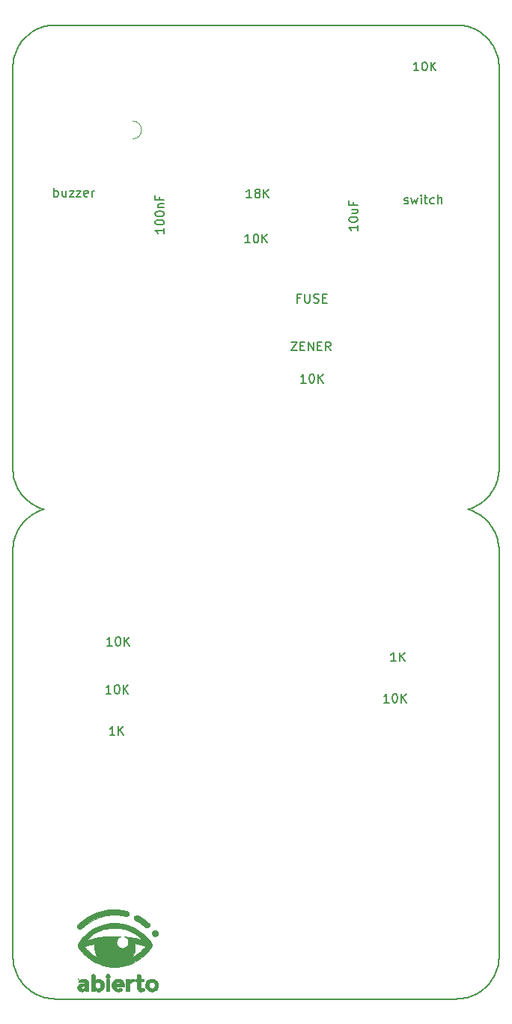
<source format=gto>
G04 #@! TF.FileFunction,Legend,Top*
%FSLAX45Y45*%
G04 Gerber Fmt 4.5, Leading zero omitted, Abs format (unit mm)*
G04 Created by KiCad (PCBNEW 4.0.6-e0-6349~53~ubuntu16.04.1) date Tue Apr 25 11:52:05 2017*
%MOMM*%
%LPD*%
G01*
G04 APERTURE LIST*
%ADD10C,0.020000*%
%ADD11C,0.120000*%
%ADD12C,0.155643*%
%ADD13C,0.010000*%
%ADD14C,0.150000*%
G04 APERTURE END LIST*
D10*
D11*
X11105580Y-4578680D02*
G75*
G02X11105580Y-4778680I0J-100000D01*
G01*
D12*
X10229479Y-3493136D02*
X10204755Y-3493756D01*
X10204755Y-3493756D02*
X10180365Y-3495596D01*
X10180365Y-3495596D02*
X10156337Y-3498627D01*
X10156337Y-3498627D02*
X10132701Y-3502819D01*
X10132701Y-3502819D02*
X10109487Y-3508142D01*
X10109487Y-3508142D02*
X10086724Y-3514567D01*
X10086724Y-3514567D02*
X10064443Y-3522064D01*
X10064443Y-3522064D02*
X10042673Y-3530604D01*
X10042673Y-3530604D02*
X10021443Y-3540156D01*
X10021443Y-3540156D02*
X10000783Y-3550692D01*
X10000783Y-3550692D02*
X9980722Y-3562182D01*
X9980722Y-3562182D02*
X9961291Y-3574596D01*
X9961291Y-3574596D02*
X9942519Y-3587904D01*
X9942519Y-3587904D02*
X9924436Y-3602078D01*
X9924436Y-3602078D02*
X9907071Y-3617087D01*
X9907071Y-3617087D02*
X9890453Y-3632901D01*
X9890453Y-3632901D02*
X9874614Y-3649492D01*
X9874614Y-3649492D02*
X9859581Y-3666829D01*
X9859581Y-3666829D02*
X9845385Y-3684883D01*
X9845385Y-3684883D02*
X9832056Y-3703624D01*
X9832056Y-3703624D02*
X9819622Y-3723023D01*
X9819622Y-3723023D02*
X9808114Y-3743050D01*
X9808114Y-3743050D02*
X9797562Y-3763676D01*
X9797562Y-3763676D02*
X9787994Y-3784870D01*
X9787994Y-3784870D02*
X9779442Y-3806604D01*
X9779442Y-3806604D02*
X9771933Y-3828847D01*
X9771933Y-3828847D02*
X9765498Y-3851571D01*
X9765498Y-3851571D02*
X9760167Y-3874745D01*
X9760167Y-3874745D02*
X9755969Y-3898340D01*
X9755969Y-3898340D02*
X9752933Y-3922326D01*
X9752933Y-3922326D02*
X9751091Y-3946674D01*
X9751091Y-3946674D02*
X9750470Y-3971354D01*
X9750470Y-3971354D02*
X9750470Y-8508201D01*
X9750470Y-8508201D02*
X9751130Y-8533622D01*
X9751130Y-8533622D02*
X9753088Y-8558685D01*
X9753088Y-8558685D02*
X9756312Y-8583357D01*
X9756312Y-8583357D02*
X9760770Y-8607607D01*
X9760770Y-8607607D02*
X9766428Y-8631403D01*
X9766428Y-8631403D02*
X9773254Y-8654713D01*
X9773254Y-8654713D02*
X9781215Y-8677504D01*
X9781215Y-8677504D02*
X9790280Y-8699745D01*
X9790280Y-8699745D02*
X9800414Y-8721404D01*
X9800414Y-8721404D02*
X9811587Y-8742449D01*
X9811587Y-8742449D02*
X9823764Y-8762848D01*
X9823764Y-8762848D02*
X9836915Y-8782569D01*
X9836915Y-8782569D02*
X9851005Y-8801579D01*
X9851005Y-8801579D02*
X9866002Y-8819848D01*
X9866002Y-8819848D02*
X9881875Y-8837342D01*
X9881875Y-8837342D02*
X9898589Y-8854031D01*
X9898589Y-8854031D02*
X9916114Y-8869881D01*
X9916114Y-8869881D02*
X9934415Y-8884861D01*
X9934415Y-8884861D02*
X9953461Y-8898940D01*
X9953461Y-8898940D02*
X9973219Y-8912084D01*
X9973219Y-8912084D02*
X9993656Y-8924263D01*
X9993656Y-8924263D02*
X10014740Y-8935444D01*
X10014740Y-8935444D02*
X10036438Y-8945594D01*
X10036438Y-8945594D02*
X10058718Y-8954683D01*
X10058718Y-8954683D02*
X10081546Y-8962678D01*
X10081546Y-8962678D02*
X10104892Y-8969548D01*
X10104892Y-8969548D02*
X10081522Y-8976642D01*
X10081522Y-8976642D02*
X10058673Y-8984854D01*
X10058673Y-8984854D02*
X10036377Y-8994155D01*
X10036377Y-8994155D02*
X10014667Y-9004510D01*
X10014667Y-9004510D02*
X9993574Y-9015890D01*
X9993574Y-9015890D02*
X9973131Y-9028261D01*
X9973131Y-9028261D02*
X9953371Y-9041593D01*
X9953371Y-9041593D02*
X9934326Y-9055853D01*
X9934326Y-9055853D02*
X9916027Y-9071010D01*
X9916027Y-9071010D02*
X9898508Y-9087032D01*
X9898508Y-9087032D02*
X9881800Y-9103887D01*
X9881800Y-9103887D02*
X9865936Y-9121543D01*
X9865936Y-9121543D02*
X9850948Y-9139969D01*
X9850948Y-9139969D02*
X9836869Y-9159133D01*
X9836869Y-9159133D02*
X9823730Y-9179003D01*
X9823730Y-9179003D02*
X9811564Y-9199548D01*
X9811564Y-9199548D02*
X9800404Y-9220735D01*
X9800404Y-9220735D02*
X9790282Y-9242533D01*
X9790282Y-9242533D02*
X9781229Y-9264910D01*
X9781229Y-9264910D02*
X9773278Y-9287835D01*
X9773278Y-9287835D02*
X9766462Y-9311275D01*
X9766462Y-9311275D02*
X9760813Y-9335199D01*
X9760813Y-9335199D02*
X9756363Y-9359575D01*
X9756363Y-9359575D02*
X9753145Y-9384371D01*
X9753145Y-9384371D02*
X9751190Y-9409556D01*
X9751190Y-9409556D02*
X9750531Y-9435097D01*
X9750531Y-9435097D02*
X9750531Y-14023287D01*
X9750531Y-14023287D02*
X9751159Y-14048245D01*
X9751159Y-14048245D02*
X9753024Y-14072868D01*
X9753024Y-14072868D02*
X9756094Y-14097125D01*
X9756094Y-14097125D02*
X9760341Y-14120986D01*
X9760341Y-14120986D02*
X9765735Y-14144421D01*
X9765735Y-14144421D02*
X9772244Y-14167400D01*
X9772244Y-14167400D02*
X9779840Y-14189893D01*
X9779840Y-14189893D02*
X9788492Y-14211871D01*
X9788492Y-14211871D02*
X9798170Y-14233304D01*
X9798170Y-14233304D02*
X9808845Y-14254161D01*
X9808845Y-14254161D02*
X9820486Y-14274412D01*
X9820486Y-14274412D02*
X9833063Y-14294029D01*
X9833063Y-14294029D02*
X9846546Y-14312980D01*
X9846546Y-14312980D02*
X9860906Y-14331236D01*
X9860906Y-14331236D02*
X9876112Y-14348767D01*
X9876112Y-14348767D02*
X9892135Y-14365543D01*
X9892135Y-14365543D02*
X9908943Y-14381534D01*
X9908943Y-14381534D02*
X9926508Y-14396710D01*
X9926508Y-14396710D02*
X9944800Y-14411041D01*
X9944800Y-14411041D02*
X9963787Y-14424498D01*
X9963787Y-14424498D02*
X9983441Y-14437050D01*
X9983441Y-14437050D02*
X10003731Y-14448668D01*
X10003731Y-14448668D02*
X10024628Y-14459321D01*
X10024628Y-14459321D02*
X10046101Y-14468980D01*
X10046101Y-14468980D02*
X10068120Y-14477615D01*
X10068120Y-14477615D02*
X10090656Y-14485195D01*
X10090656Y-14485195D02*
X10113677Y-14491691D01*
X10113677Y-14491691D02*
X10137156Y-14497074D01*
X10137156Y-14497074D02*
X10161060Y-14501312D01*
X10161060Y-14501312D02*
X10185361Y-14504376D01*
X10185361Y-14504376D02*
X10210028Y-14506237D01*
X10210028Y-14506237D02*
X10235032Y-14506864D01*
X10235032Y-14506864D02*
X14764968Y-14506864D01*
X14764968Y-14506864D02*
X14789972Y-14506237D01*
X14789972Y-14506237D02*
X14814638Y-14504376D01*
X14814638Y-14504376D02*
X14838938Y-14501312D01*
X14838938Y-14501312D02*
X14862842Y-14497074D01*
X14862842Y-14497074D02*
X14886318Y-14491691D01*
X14886318Y-14491691D02*
X14909339Y-14485195D01*
X14909339Y-14485195D02*
X14931872Y-14477615D01*
X14931872Y-14477615D02*
X14953890Y-14468980D01*
X14953890Y-14468980D02*
X14975360Y-14459321D01*
X14975360Y-14459321D02*
X14996254Y-14448668D01*
X14996254Y-14448668D02*
X15016542Y-14437050D01*
X15016542Y-14437050D02*
X15036194Y-14424498D01*
X15036194Y-14424498D02*
X15055178Y-14411041D01*
X15055178Y-14411041D02*
X15073467Y-14396710D01*
X15073467Y-14396710D02*
X15091029Y-14381534D01*
X15091029Y-14381534D02*
X15107835Y-14365543D01*
X15107835Y-14365543D02*
X15123855Y-14348767D01*
X15123855Y-14348767D02*
X15139058Y-14331236D01*
X15139058Y-14331236D02*
X15153415Y-14312980D01*
X15153415Y-14312980D02*
X15166896Y-14294029D01*
X15166896Y-14294029D02*
X15179470Y-14274412D01*
X15179470Y-14274412D02*
X15191109Y-14254161D01*
X15191109Y-14254161D02*
X15201781Y-14233304D01*
X15201781Y-14233304D02*
X15211457Y-14211871D01*
X15211457Y-14211871D02*
X15220107Y-14189893D01*
X15220107Y-14189893D02*
X15227701Y-14167400D01*
X15227701Y-14167400D02*
X15234209Y-14144421D01*
X15234209Y-14144421D02*
X15239601Y-14120986D01*
X15239601Y-14120986D02*
X15243847Y-14097125D01*
X15243847Y-14097125D02*
X15246917Y-14072868D01*
X15246917Y-14072868D02*
X15248780Y-14048245D01*
X15248780Y-14048245D02*
X15249408Y-14023287D01*
X15249408Y-14023287D02*
X15249408Y-9435097D01*
X15249408Y-9435097D02*
X15248750Y-9409557D01*
X15248750Y-9409557D02*
X15246796Y-9384374D01*
X15246796Y-9384374D02*
X15243578Y-9359579D01*
X15243578Y-9359579D02*
X15239129Y-9335204D01*
X15239129Y-9335204D02*
X15233481Y-9311281D01*
X15233481Y-9311281D02*
X15226667Y-9287842D01*
X15226667Y-9287842D02*
X15218718Y-9264919D01*
X15218718Y-9264919D02*
X15209668Y-9242542D01*
X15209668Y-9242542D02*
X15199547Y-9220745D01*
X15199547Y-9220745D02*
X15188390Y-9199558D01*
X15188390Y-9199558D02*
X15176227Y-9179014D01*
X15176227Y-9179014D02*
X15163091Y-9159144D01*
X15163091Y-9159144D02*
X15149014Y-9139979D01*
X15149014Y-9139979D02*
X15134029Y-9121553D01*
X15134029Y-9121553D02*
X15118168Y-9103897D01*
X15118168Y-9103897D02*
X15101463Y-9087041D01*
X15101463Y-9087041D02*
X15083947Y-9071019D01*
X15083947Y-9071019D02*
X15065652Y-9055861D01*
X15065652Y-9055861D02*
X15046609Y-9041601D01*
X15046609Y-9041601D02*
X15026852Y-9028268D01*
X15026852Y-9028268D02*
X15006412Y-9015896D01*
X15006412Y-9015896D02*
X14985323Y-9004515D01*
X14985323Y-9004515D02*
X14963615Y-8994159D01*
X14963615Y-8994159D02*
X14941322Y-8984857D01*
X14941322Y-8984857D02*
X14918476Y-8976643D01*
X14918476Y-8976643D02*
X14895108Y-8969548D01*
X14895108Y-8969548D02*
X14918452Y-8962678D01*
X14918452Y-8962678D02*
X14941280Y-8954682D01*
X14941280Y-8954682D02*
X14963559Y-8945592D01*
X14963559Y-8945592D02*
X14985256Y-8935441D01*
X14985256Y-8935441D02*
X15006340Y-8924259D01*
X15006340Y-8924259D02*
X15026777Y-8912080D01*
X15026777Y-8912080D02*
X15046534Y-8898935D01*
X15046534Y-8898935D02*
X15065580Y-8884856D01*
X15065580Y-8884856D02*
X15083881Y-8869876D01*
X15083881Y-8869876D02*
X15101406Y-8854025D01*
X15101406Y-8854025D02*
X15118120Y-8837336D01*
X15118120Y-8837336D02*
X15133993Y-8819842D01*
X15133993Y-8819842D02*
X15148991Y-8801573D01*
X15148991Y-8801573D02*
X15163081Y-8782563D01*
X15163081Y-8782563D02*
X15176232Y-8762842D01*
X15176232Y-8762842D02*
X15188410Y-8742444D01*
X15188410Y-8742444D02*
X15199583Y-8721399D01*
X15199583Y-8721399D02*
X15209718Y-8699740D01*
X15209718Y-8699740D02*
X15218783Y-8677500D01*
X15218783Y-8677500D02*
X15226745Y-8654709D01*
X15226745Y-8654709D02*
X15233571Y-8631400D01*
X15233571Y-8631400D02*
X15239230Y-8607604D01*
X15239230Y-8607604D02*
X15243687Y-8583355D01*
X15243687Y-8583355D02*
X15246912Y-8558683D01*
X15246912Y-8558683D02*
X15248870Y-8533621D01*
X15248870Y-8533621D02*
X15249530Y-8508201D01*
X15249530Y-8508201D02*
X15249530Y-3971354D01*
X15249530Y-3971354D02*
X15248909Y-3946674D01*
X15248909Y-3946674D02*
X15247066Y-3922326D01*
X15247066Y-3922326D02*
X15244030Y-3898340D01*
X15244030Y-3898340D02*
X15239830Y-3874745D01*
X15239830Y-3874745D02*
X15234498Y-3851571D01*
X15234498Y-3851571D02*
X15228061Y-3828847D01*
X15228061Y-3828847D02*
X15220551Y-3806604D01*
X15220551Y-3806604D02*
X15211996Y-3784870D01*
X15211996Y-3784870D02*
X15202426Y-3763676D01*
X15202426Y-3763676D02*
X15191872Y-3743050D01*
X15191872Y-3743050D02*
X15180361Y-3723023D01*
X15180361Y-3723023D02*
X15167925Y-3703624D01*
X15167925Y-3703624D02*
X15154593Y-3684883D01*
X15154593Y-3684883D02*
X15140394Y-3666829D01*
X15140394Y-3666829D02*
X15125359Y-3649492D01*
X15125359Y-3649492D02*
X15109516Y-3632901D01*
X15109516Y-3632901D02*
X15092896Y-3617087D01*
X15092896Y-3617087D02*
X15075528Y-3602078D01*
X15075528Y-3602078D02*
X15057442Y-3587904D01*
X15057442Y-3587904D02*
X15038667Y-3574596D01*
X15038667Y-3574596D02*
X15019234Y-3562182D01*
X15019234Y-3562182D02*
X14999171Y-3550692D01*
X14999171Y-3550692D02*
X14978508Y-3540156D01*
X14978508Y-3540156D02*
X14957276Y-3530604D01*
X14957276Y-3530604D02*
X14935503Y-3522064D01*
X14935503Y-3522064D02*
X14913220Y-3514567D01*
X14913220Y-3514567D02*
X14890456Y-3508142D01*
X14890456Y-3508142D02*
X14867241Y-3502819D01*
X14867241Y-3502819D02*
X14843604Y-3498627D01*
X14843604Y-3498627D02*
X14819575Y-3495596D01*
X14819575Y-3495596D02*
X14795184Y-3493756D01*
X14795184Y-3493756D02*
X14770460Y-3493136D01*
X14770460Y-3493136D02*
X10229479Y-3493136D01*
X10229479Y-3493136D02*
X10204755Y-3493756D01*
X10204755Y-3493756D02*
X10180365Y-3495596D01*
X10180365Y-3495596D02*
X10156337Y-3498627D01*
X10156337Y-3498627D02*
X10132701Y-3502819D01*
X10132701Y-3502819D02*
X10109487Y-3508142D01*
X10109487Y-3508142D02*
X10086724Y-3514567D01*
X10086724Y-3514567D02*
X10064443Y-3522064D01*
X10064443Y-3522064D02*
X10042673Y-3530604D01*
X10042673Y-3530604D02*
X10021443Y-3540156D01*
X10021443Y-3540156D02*
X10000783Y-3550692D01*
X10000783Y-3550692D02*
X9980722Y-3562182D01*
X9980722Y-3562182D02*
X9961291Y-3574596D01*
X9961291Y-3574596D02*
X9942519Y-3587904D01*
X9942519Y-3587904D02*
X9924436Y-3602078D01*
X9924436Y-3602078D02*
X9907071Y-3617087D01*
X9907071Y-3617087D02*
X9890453Y-3632901D01*
X9890453Y-3632901D02*
X9874614Y-3649492D01*
X9874614Y-3649492D02*
X9859581Y-3666829D01*
X9859581Y-3666829D02*
X9845385Y-3684883D01*
X9845385Y-3684883D02*
X9832056Y-3703624D01*
X9832056Y-3703624D02*
X9819622Y-3723023D01*
X9819622Y-3723023D02*
X9808114Y-3743050D01*
X9808114Y-3743050D02*
X9797562Y-3763676D01*
X9797562Y-3763676D02*
X9787994Y-3784870D01*
X9787994Y-3784870D02*
X9779442Y-3806604D01*
X9779442Y-3806604D02*
X9771933Y-3828847D01*
X9771933Y-3828847D02*
X9765498Y-3851571D01*
X9765498Y-3851571D02*
X9760167Y-3874745D01*
X9760167Y-3874745D02*
X9755969Y-3898340D01*
X9755969Y-3898340D02*
X9752933Y-3922326D01*
X9752933Y-3922326D02*
X9751091Y-3946674D01*
X9751091Y-3946674D02*
X9750470Y-3971354D01*
X9750470Y-3971354D02*
X9750470Y-8508201D01*
X9750470Y-8508201D02*
X9751130Y-8533622D01*
X9751130Y-8533622D02*
X9753088Y-8558685D01*
X9753088Y-8558685D02*
X9756312Y-8583357D01*
X9756312Y-8583357D02*
X9760770Y-8607607D01*
X9760770Y-8607607D02*
X9766428Y-8631403D01*
X9766428Y-8631403D02*
X9773254Y-8654713D01*
X9773254Y-8654713D02*
X9781215Y-8677504D01*
X9781215Y-8677504D02*
X9790280Y-8699745D01*
X9790280Y-8699745D02*
X9800414Y-8721404D01*
X9800414Y-8721404D02*
X9811587Y-8742449D01*
X9811587Y-8742449D02*
X9823764Y-8762848D01*
X9823764Y-8762848D02*
X9836915Y-8782569D01*
X9836915Y-8782569D02*
X9851005Y-8801579D01*
X9851005Y-8801579D02*
X9866002Y-8819848D01*
X9866002Y-8819848D02*
X9881875Y-8837342D01*
X9881875Y-8837342D02*
X9898589Y-8854031D01*
X9898589Y-8854031D02*
X9916114Y-8869881D01*
X9916114Y-8869881D02*
X9934415Y-8884861D01*
X9934415Y-8884861D02*
X9953461Y-8898940D01*
X9953461Y-8898940D02*
X9973219Y-8912084D01*
X9973219Y-8912084D02*
X9993656Y-8924263D01*
X9993656Y-8924263D02*
X10014740Y-8935444D01*
X10014740Y-8935444D02*
X10036438Y-8945594D01*
X10036438Y-8945594D02*
X10058718Y-8954683D01*
X10058718Y-8954683D02*
X10081546Y-8962678D01*
X10081546Y-8962678D02*
X10104892Y-8969548D01*
X10104892Y-8969548D02*
X10081522Y-8976642D01*
X10081522Y-8976642D02*
X10058673Y-8984854D01*
X10058673Y-8984854D02*
X10036377Y-8994155D01*
X10036377Y-8994155D02*
X10014667Y-9004510D01*
X10014667Y-9004510D02*
X9993574Y-9015890D01*
X9993574Y-9015890D02*
X9973131Y-9028261D01*
X9973131Y-9028261D02*
X9953371Y-9041593D01*
X9953371Y-9041593D02*
X9934326Y-9055853D01*
X9934326Y-9055853D02*
X9916027Y-9071010D01*
X9916027Y-9071010D02*
X9898508Y-9087032D01*
X9898508Y-9087032D02*
X9881800Y-9103887D01*
X9881800Y-9103887D02*
X9865936Y-9121543D01*
X9865936Y-9121543D02*
X9850948Y-9139969D01*
X9850948Y-9139969D02*
X9836869Y-9159133D01*
X9836869Y-9159133D02*
X9823730Y-9179003D01*
X9823730Y-9179003D02*
X9811564Y-9199548D01*
X9811564Y-9199548D02*
X9800404Y-9220735D01*
X9800404Y-9220735D02*
X9790282Y-9242533D01*
X9790282Y-9242533D02*
X9781229Y-9264910D01*
X9781229Y-9264910D02*
X9773278Y-9287835D01*
X9773278Y-9287835D02*
X9766462Y-9311275D01*
X9766462Y-9311275D02*
X9760813Y-9335199D01*
X9760813Y-9335199D02*
X9756363Y-9359575D01*
X9756363Y-9359575D02*
X9753145Y-9384371D01*
X9753145Y-9384371D02*
X9751190Y-9409556D01*
X9751190Y-9409556D02*
X9750531Y-9435097D01*
X9750531Y-9435097D02*
X9750531Y-14023287D01*
X9750531Y-14023287D02*
X9751159Y-14048245D01*
X9751159Y-14048245D02*
X9753024Y-14072868D01*
X9753024Y-14072868D02*
X9756094Y-14097125D01*
X9756094Y-14097125D02*
X9760341Y-14120986D01*
X9760341Y-14120986D02*
X9765735Y-14144421D01*
X9765735Y-14144421D02*
X9772244Y-14167400D01*
X9772244Y-14167400D02*
X9779840Y-14189893D01*
X9779840Y-14189893D02*
X9788492Y-14211871D01*
X9788492Y-14211871D02*
X9798170Y-14233304D01*
X9798170Y-14233304D02*
X9808845Y-14254161D01*
X9808845Y-14254161D02*
X9820486Y-14274412D01*
X9820486Y-14274412D02*
X9833063Y-14294029D01*
X9833063Y-14294029D02*
X9846546Y-14312980D01*
X9846546Y-14312980D02*
X9860906Y-14331236D01*
X9860906Y-14331236D02*
X9876112Y-14348767D01*
X9876112Y-14348767D02*
X9892135Y-14365543D01*
X9892135Y-14365543D02*
X9908943Y-14381534D01*
X9908943Y-14381534D02*
X9926508Y-14396710D01*
X9926508Y-14396710D02*
X9944800Y-14411041D01*
X9944800Y-14411041D02*
X9963787Y-14424498D01*
X9963787Y-14424498D02*
X9983441Y-14437050D01*
X9983441Y-14437050D02*
X10003731Y-14448668D01*
X10003731Y-14448668D02*
X10024628Y-14459321D01*
X10024628Y-14459321D02*
X10046101Y-14468980D01*
X10046101Y-14468980D02*
X10068120Y-14477615D01*
X10068120Y-14477615D02*
X10090656Y-14485195D01*
X10090656Y-14485195D02*
X10113677Y-14491691D01*
X10113677Y-14491691D02*
X10137156Y-14497074D01*
X10137156Y-14497074D02*
X10161060Y-14501312D01*
X10161060Y-14501312D02*
X10185361Y-14504376D01*
X10185361Y-14504376D02*
X10210028Y-14506237D01*
X10210028Y-14506237D02*
X10235032Y-14506864D01*
X10235032Y-14506864D02*
X14764968Y-14506864D01*
X14764968Y-14506864D02*
X14789972Y-14506237D01*
X14789972Y-14506237D02*
X14814638Y-14504376D01*
X14814638Y-14504376D02*
X14838938Y-14501312D01*
X14838938Y-14501312D02*
X14862842Y-14497074D01*
X14862842Y-14497074D02*
X14886318Y-14491691D01*
X14886318Y-14491691D02*
X14909339Y-14485195D01*
X14909339Y-14485195D02*
X14931872Y-14477615D01*
X14931872Y-14477615D02*
X14953890Y-14468980D01*
X14953890Y-14468980D02*
X14975360Y-14459321D01*
X14975360Y-14459321D02*
X14996254Y-14448668D01*
X14996254Y-14448668D02*
X15016542Y-14437050D01*
X15016542Y-14437050D02*
X15036194Y-14424498D01*
X15036194Y-14424498D02*
X15055178Y-14411041D01*
X15055178Y-14411041D02*
X15073467Y-14396710D01*
X15073467Y-14396710D02*
X15091029Y-14381534D01*
X15091029Y-14381534D02*
X15107835Y-14365543D01*
X15107835Y-14365543D02*
X15123855Y-14348767D01*
X15123855Y-14348767D02*
X15139058Y-14331236D01*
X15139058Y-14331236D02*
X15153415Y-14312980D01*
X15153415Y-14312980D02*
X15166896Y-14294029D01*
X15166896Y-14294029D02*
X15179470Y-14274412D01*
X15179470Y-14274412D02*
X15191109Y-14254161D01*
X15191109Y-14254161D02*
X15201781Y-14233304D01*
X15201781Y-14233304D02*
X15211457Y-14211871D01*
X15211457Y-14211871D02*
X15220107Y-14189893D01*
X15220107Y-14189893D02*
X15227701Y-14167400D01*
X15227701Y-14167400D02*
X15234209Y-14144421D01*
X15234209Y-14144421D02*
X15239601Y-14120986D01*
X15239601Y-14120986D02*
X15243847Y-14097125D01*
X15243847Y-14097125D02*
X15246917Y-14072868D01*
X15246917Y-14072868D02*
X15248780Y-14048245D01*
X15248780Y-14048245D02*
X15249408Y-14023287D01*
X15249408Y-14023287D02*
X15249408Y-9435097D01*
X15249408Y-9435097D02*
X15248750Y-9409557D01*
X15248750Y-9409557D02*
X15246796Y-9384374D01*
X15246796Y-9384374D02*
X15243578Y-9359579D01*
X15243578Y-9359579D02*
X15239129Y-9335204D01*
X15239129Y-9335204D02*
X15233481Y-9311281D01*
X15233481Y-9311281D02*
X15226667Y-9287842D01*
X15226667Y-9287842D02*
X15218718Y-9264919D01*
X15218718Y-9264919D02*
X15209668Y-9242542D01*
X15209668Y-9242542D02*
X15199547Y-9220745D01*
X15199547Y-9220745D02*
X15188390Y-9199558D01*
X15188390Y-9199558D02*
X15176227Y-9179014D01*
X15176227Y-9179014D02*
X15163091Y-9159144D01*
X15163091Y-9159144D02*
X15149014Y-9139979D01*
X15149014Y-9139979D02*
X15134029Y-9121553D01*
X15134029Y-9121553D02*
X15118168Y-9103897D01*
X15118168Y-9103897D02*
X15101463Y-9087041D01*
X15101463Y-9087041D02*
X15083947Y-9071019D01*
X15083947Y-9071019D02*
X15065652Y-9055861D01*
X15065652Y-9055861D02*
X15046609Y-9041601D01*
X15046609Y-9041601D02*
X15026852Y-9028268D01*
X15026852Y-9028268D02*
X15006412Y-9015896D01*
X15006412Y-9015896D02*
X14985323Y-9004515D01*
X14985323Y-9004515D02*
X14963615Y-8994159D01*
X14963615Y-8994159D02*
X14941322Y-8984857D01*
X14941322Y-8984857D02*
X14918476Y-8976643D01*
X14918476Y-8976643D02*
X14895108Y-8969548D01*
X14895108Y-8969548D02*
X14918452Y-8962678D01*
X14918452Y-8962678D02*
X14941280Y-8954682D01*
X14941280Y-8954682D02*
X14963559Y-8945592D01*
X14963559Y-8945592D02*
X14985256Y-8935441D01*
X14985256Y-8935441D02*
X15006340Y-8924259D01*
X15006340Y-8924259D02*
X15026777Y-8912080D01*
X15026777Y-8912080D02*
X15046534Y-8898935D01*
X15046534Y-8898935D02*
X15065580Y-8884856D01*
X15065580Y-8884856D02*
X15083881Y-8869876D01*
X15083881Y-8869876D02*
X15101406Y-8854025D01*
X15101406Y-8854025D02*
X15118120Y-8837336D01*
X15118120Y-8837336D02*
X15133993Y-8819842D01*
X15133993Y-8819842D02*
X15148991Y-8801573D01*
X15148991Y-8801573D02*
X15163081Y-8782563D01*
X15163081Y-8782563D02*
X15176232Y-8762842D01*
X15176232Y-8762842D02*
X15188410Y-8742444D01*
X15188410Y-8742444D02*
X15199583Y-8721399D01*
X15199583Y-8721399D02*
X15209718Y-8699740D01*
X15209718Y-8699740D02*
X15218783Y-8677500D01*
X15218783Y-8677500D02*
X15226745Y-8654709D01*
X15226745Y-8654709D02*
X15233571Y-8631400D01*
X15233571Y-8631400D02*
X15239230Y-8607604D01*
X15239230Y-8607604D02*
X15243687Y-8583355D01*
X15243687Y-8583355D02*
X15246912Y-8558683D01*
X15246912Y-8558683D02*
X15248870Y-8533621D01*
X15248870Y-8533621D02*
X15249530Y-8508201D01*
X15249530Y-8508201D02*
X15249530Y-3971354D01*
X15249530Y-3971354D02*
X15248909Y-3946674D01*
X15248909Y-3946674D02*
X15247066Y-3922326D01*
X15247066Y-3922326D02*
X15244030Y-3898340D01*
X15244030Y-3898340D02*
X15239830Y-3874745D01*
X15239830Y-3874745D02*
X15234498Y-3851571D01*
X15234498Y-3851571D02*
X15228061Y-3828847D01*
X15228061Y-3828847D02*
X15220551Y-3806604D01*
X15220551Y-3806604D02*
X15211996Y-3784870D01*
X15211996Y-3784870D02*
X15202426Y-3763676D01*
X15202426Y-3763676D02*
X15191872Y-3743050D01*
X15191872Y-3743050D02*
X15180361Y-3723023D01*
X15180361Y-3723023D02*
X15167925Y-3703624D01*
X15167925Y-3703624D02*
X15154593Y-3684883D01*
X15154593Y-3684883D02*
X15140394Y-3666829D01*
X15140394Y-3666829D02*
X15125359Y-3649492D01*
X15125359Y-3649492D02*
X15109516Y-3632901D01*
X15109516Y-3632901D02*
X15092896Y-3617087D01*
X15092896Y-3617087D02*
X15075528Y-3602078D01*
X15075528Y-3602078D02*
X15057442Y-3587904D01*
X15057442Y-3587904D02*
X15038667Y-3574596D01*
X15038667Y-3574596D02*
X15019234Y-3562182D01*
X15019234Y-3562182D02*
X14999171Y-3550692D01*
X14999171Y-3550692D02*
X14978508Y-3540156D01*
X14978508Y-3540156D02*
X14957276Y-3530604D01*
X14957276Y-3530604D02*
X14935503Y-3522064D01*
X14935503Y-3522064D02*
X14913220Y-3514567D01*
X14913220Y-3514567D02*
X14890456Y-3508142D01*
X14890456Y-3508142D02*
X14867241Y-3502819D01*
X14867241Y-3502819D02*
X14843604Y-3498627D01*
X14843604Y-3498627D02*
X14819575Y-3495596D01*
X14819575Y-3495596D02*
X14795184Y-3493756D01*
X14795184Y-3493756D02*
X14770460Y-3493136D01*
X14770460Y-3493136D02*
X10229479Y-3493136D01*
D13*
G36*
X10555602Y-14280439D02*
X10562721Y-14281118D01*
X10565131Y-14281537D01*
X10575924Y-14284889D01*
X10585420Y-14290061D01*
X10593331Y-14296831D01*
X10599366Y-14304972D01*
X10601818Y-14310043D01*
X10602568Y-14311971D01*
X10603184Y-14313825D01*
X10603683Y-14315869D01*
X10604079Y-14318368D01*
X10604388Y-14321586D01*
X10604625Y-14325786D01*
X10604806Y-14331232D01*
X10604945Y-14338188D01*
X10605058Y-14346919D01*
X10605161Y-14357688D01*
X10605256Y-14369351D01*
X10605671Y-14421104D01*
X10567416Y-14421104D01*
X10567416Y-14406618D01*
X10562654Y-14411255D01*
X10555256Y-14416779D01*
X10546336Y-14420695D01*
X10536438Y-14422873D01*
X10526107Y-14423182D01*
X10517886Y-14421994D01*
X10507266Y-14418488D01*
X10497963Y-14413238D01*
X10490301Y-14406480D01*
X10484603Y-14398452D01*
X10483984Y-14397246D01*
X10482344Y-14393660D01*
X10481299Y-14390468D01*
X10480717Y-14386913D01*
X10480469Y-14382236D01*
X10480424Y-14376945D01*
X10519964Y-14376945D01*
X10521184Y-14381949D01*
X10523876Y-14385913D01*
X10524357Y-14386326D01*
X10529141Y-14388809D01*
X10535336Y-14390199D01*
X10542010Y-14390388D01*
X10548234Y-14389264D01*
X10548494Y-14389179D01*
X10555689Y-14385690D01*
X10560904Y-14380790D01*
X10564004Y-14374649D01*
X10564876Y-14368462D01*
X10564876Y-14362684D01*
X10548684Y-14362712D01*
X10539515Y-14362929D01*
X10532539Y-14363617D01*
X10527435Y-14364880D01*
X10523884Y-14366823D01*
X10521563Y-14369553D01*
X10520503Y-14371975D01*
X10519964Y-14376945D01*
X10480424Y-14376945D01*
X10480421Y-14376654D01*
X10480474Y-14370506D01*
X10480722Y-14366171D01*
X10481303Y-14362923D01*
X10482353Y-14360038D01*
X10484007Y-14356788D01*
X10484231Y-14356379D01*
X10489846Y-14348756D01*
X10497445Y-14342700D01*
X10505733Y-14338696D01*
X10512126Y-14336644D01*
X10519041Y-14335160D01*
X10526985Y-14334181D01*
X10536462Y-14333643D01*
X10547382Y-14333483D01*
X10566083Y-14333474D01*
X10565298Y-14329346D01*
X10563222Y-14322786D01*
X10559929Y-14317732D01*
X10558974Y-14316804D01*
X10553967Y-14313954D01*
X10547304Y-14312418D01*
X10539507Y-14312205D01*
X10531097Y-14313323D01*
X10522596Y-14315778D01*
X10521385Y-14316246D01*
X10513650Y-14318744D01*
X10507377Y-14319369D01*
X10502284Y-14318096D01*
X10498087Y-14314897D01*
X10497277Y-14313958D01*
X10495362Y-14309791D01*
X10494992Y-14304613D01*
X10496113Y-14299386D01*
X10498371Y-14295404D01*
X10502515Y-14291738D01*
X10508480Y-14288113D01*
X10515563Y-14284886D01*
X10523066Y-14282415D01*
X10524540Y-14282046D01*
X10530849Y-14281019D01*
X10538744Y-14280401D01*
X10547302Y-14280204D01*
X10555602Y-14280439D01*
X10555602Y-14280439D01*
G37*
X10555602Y-14280439D02*
X10562721Y-14281118D01*
X10565131Y-14281537D01*
X10575924Y-14284889D01*
X10585420Y-14290061D01*
X10593331Y-14296831D01*
X10599366Y-14304972D01*
X10601818Y-14310043D01*
X10602568Y-14311971D01*
X10603184Y-14313825D01*
X10603683Y-14315869D01*
X10604079Y-14318368D01*
X10604388Y-14321586D01*
X10604625Y-14325786D01*
X10604806Y-14331232D01*
X10604945Y-14338188D01*
X10605058Y-14346919D01*
X10605161Y-14357688D01*
X10605256Y-14369351D01*
X10605671Y-14421104D01*
X10567416Y-14421104D01*
X10567416Y-14406618D01*
X10562654Y-14411255D01*
X10555256Y-14416779D01*
X10546336Y-14420695D01*
X10536438Y-14422873D01*
X10526107Y-14423182D01*
X10517886Y-14421994D01*
X10507266Y-14418488D01*
X10497963Y-14413238D01*
X10490301Y-14406480D01*
X10484603Y-14398452D01*
X10483984Y-14397246D01*
X10482344Y-14393660D01*
X10481299Y-14390468D01*
X10480717Y-14386913D01*
X10480469Y-14382236D01*
X10480424Y-14376945D01*
X10519964Y-14376945D01*
X10521184Y-14381949D01*
X10523876Y-14385913D01*
X10524357Y-14386326D01*
X10529141Y-14388809D01*
X10535336Y-14390199D01*
X10542010Y-14390388D01*
X10548234Y-14389264D01*
X10548494Y-14389179D01*
X10555689Y-14385690D01*
X10560904Y-14380790D01*
X10564004Y-14374649D01*
X10564876Y-14368462D01*
X10564876Y-14362684D01*
X10548684Y-14362712D01*
X10539515Y-14362929D01*
X10532539Y-14363617D01*
X10527435Y-14364880D01*
X10523884Y-14366823D01*
X10521563Y-14369553D01*
X10520503Y-14371975D01*
X10519964Y-14376945D01*
X10480424Y-14376945D01*
X10480421Y-14376654D01*
X10480474Y-14370506D01*
X10480722Y-14366171D01*
X10481303Y-14362923D01*
X10482353Y-14360038D01*
X10484007Y-14356788D01*
X10484231Y-14356379D01*
X10489846Y-14348756D01*
X10497445Y-14342700D01*
X10505733Y-14338696D01*
X10512126Y-14336644D01*
X10519041Y-14335160D01*
X10526985Y-14334181D01*
X10536462Y-14333643D01*
X10547382Y-14333483D01*
X10566083Y-14333474D01*
X10565298Y-14329346D01*
X10563222Y-14322786D01*
X10559929Y-14317732D01*
X10558974Y-14316804D01*
X10553967Y-14313954D01*
X10547304Y-14312418D01*
X10539507Y-14312205D01*
X10531097Y-14313323D01*
X10522596Y-14315778D01*
X10521385Y-14316246D01*
X10513650Y-14318744D01*
X10507377Y-14319369D01*
X10502284Y-14318096D01*
X10498087Y-14314897D01*
X10497277Y-14313958D01*
X10495362Y-14309791D01*
X10494992Y-14304613D01*
X10496113Y-14299386D01*
X10498371Y-14295404D01*
X10502515Y-14291738D01*
X10508480Y-14288113D01*
X10515563Y-14284886D01*
X10523066Y-14282415D01*
X10524540Y-14282046D01*
X10530849Y-14281019D01*
X10538744Y-14280401D01*
X10547302Y-14280204D01*
X10555602Y-14280439D01*
G36*
X10667402Y-14227527D02*
X10672263Y-14231032D01*
X10676189Y-14236729D01*
X10676319Y-14236980D01*
X10677280Y-14239001D01*
X10677999Y-14241040D01*
X10678509Y-14243493D01*
X10678846Y-14246756D01*
X10679046Y-14251224D01*
X10679144Y-14257292D01*
X10679174Y-14265358D01*
X10679176Y-14268965D01*
X10679176Y-14295357D01*
X10684644Y-14291183D01*
X10692766Y-14285968D01*
X10701340Y-14282582D01*
X10711108Y-14280766D01*
X10715550Y-14280419D01*
X10728075Y-14280844D01*
X10739508Y-14283546D01*
X10749984Y-14288579D01*
X10759634Y-14295996D01*
X10762793Y-14299114D01*
X10770841Y-14309198D01*
X10776684Y-14320357D01*
X10780372Y-14332725D01*
X10781955Y-14346433D01*
X10782027Y-14350505D01*
X10781070Y-14364452D01*
X10778175Y-14376916D01*
X10773232Y-14388175D01*
X10766133Y-14398508D01*
X10761095Y-14404076D01*
X10751314Y-14412475D01*
X10740940Y-14418529D01*
X10730119Y-14422190D01*
X10718995Y-14423411D01*
X10707714Y-14422145D01*
X10706481Y-14421854D01*
X10695852Y-14417975D01*
X10686416Y-14411992D01*
X10684199Y-14410106D01*
X10679176Y-14405568D01*
X10679176Y-14421104D01*
X10638471Y-14421104D01*
X10638738Y-14352045D01*
X10678675Y-14352045D01*
X10678803Y-14357727D01*
X10679359Y-14361980D01*
X10680587Y-14365907D01*
X10682730Y-14370611D01*
X10682808Y-14370771D01*
X10687785Y-14378533D01*
X10693929Y-14384272D01*
X10700962Y-14387875D01*
X10708608Y-14389234D01*
X10716589Y-14388237D01*
X10721721Y-14386322D01*
X10729726Y-14381267D01*
X10735742Y-14374642D01*
X10739748Y-14366480D01*
X10741727Y-14356812D01*
X10741952Y-14351889D01*
X10740925Y-14341536D01*
X10737772Y-14332517D01*
X10732443Y-14324699D01*
X10730756Y-14322909D01*
X10725134Y-14318089D01*
X10719582Y-14315263D01*
X10713246Y-14314057D01*
X10710291Y-14313944D01*
X10702139Y-14314894D01*
X10695129Y-14317930D01*
X10689111Y-14323161D01*
X10683937Y-14330695D01*
X10681901Y-14334744D01*
X10680110Y-14339228D01*
X10679114Y-14343604D01*
X10678714Y-14348939D01*
X10678675Y-14352045D01*
X10638738Y-14352045D01*
X10638821Y-14330616D01*
X10638890Y-14313270D01*
X10638956Y-14298281D01*
X10639026Y-14285467D01*
X10639105Y-14274646D01*
X10639199Y-14265635D01*
X10639312Y-14258252D01*
X10639451Y-14252314D01*
X10639622Y-14247639D01*
X10639830Y-14244045D01*
X10640080Y-14241349D01*
X10640378Y-14239368D01*
X10640730Y-14237921D01*
X10641142Y-14236824D01*
X10641619Y-14235896D01*
X10641740Y-14235684D01*
X10645784Y-14231011D01*
X10651364Y-14227626D01*
X10657630Y-14225955D01*
X10661224Y-14225937D01*
X10667402Y-14227527D01*
X10667402Y-14227527D01*
G37*
X10667402Y-14227527D02*
X10672263Y-14231032D01*
X10676189Y-14236729D01*
X10676319Y-14236980D01*
X10677280Y-14239001D01*
X10677999Y-14241040D01*
X10678509Y-14243493D01*
X10678846Y-14246756D01*
X10679046Y-14251224D01*
X10679144Y-14257292D01*
X10679174Y-14265358D01*
X10679176Y-14268965D01*
X10679176Y-14295357D01*
X10684644Y-14291183D01*
X10692766Y-14285968D01*
X10701340Y-14282582D01*
X10711108Y-14280766D01*
X10715550Y-14280419D01*
X10728075Y-14280844D01*
X10739508Y-14283546D01*
X10749984Y-14288579D01*
X10759634Y-14295996D01*
X10762793Y-14299114D01*
X10770841Y-14309198D01*
X10776684Y-14320357D01*
X10780372Y-14332725D01*
X10781955Y-14346433D01*
X10782027Y-14350505D01*
X10781070Y-14364452D01*
X10778175Y-14376916D01*
X10773232Y-14388175D01*
X10766133Y-14398508D01*
X10761095Y-14404076D01*
X10751314Y-14412475D01*
X10740940Y-14418529D01*
X10730119Y-14422190D01*
X10718995Y-14423411D01*
X10707714Y-14422145D01*
X10706481Y-14421854D01*
X10695852Y-14417975D01*
X10686416Y-14411992D01*
X10684199Y-14410106D01*
X10679176Y-14405568D01*
X10679176Y-14421104D01*
X10638471Y-14421104D01*
X10638738Y-14352045D01*
X10678675Y-14352045D01*
X10678803Y-14357727D01*
X10679359Y-14361980D01*
X10680587Y-14365907D01*
X10682730Y-14370611D01*
X10682808Y-14370771D01*
X10687785Y-14378533D01*
X10693929Y-14384272D01*
X10700962Y-14387875D01*
X10708608Y-14389234D01*
X10716589Y-14388237D01*
X10721721Y-14386322D01*
X10729726Y-14381267D01*
X10735742Y-14374642D01*
X10739748Y-14366480D01*
X10741727Y-14356812D01*
X10741952Y-14351889D01*
X10740925Y-14341536D01*
X10737772Y-14332517D01*
X10732443Y-14324699D01*
X10730756Y-14322909D01*
X10725134Y-14318089D01*
X10719582Y-14315263D01*
X10713246Y-14314057D01*
X10710291Y-14313944D01*
X10702139Y-14314894D01*
X10695129Y-14317930D01*
X10689111Y-14323161D01*
X10683937Y-14330695D01*
X10681901Y-14334744D01*
X10680110Y-14339228D01*
X10679114Y-14343604D01*
X10678714Y-14348939D01*
X10678675Y-14352045D01*
X10638738Y-14352045D01*
X10638821Y-14330616D01*
X10638890Y-14313270D01*
X10638956Y-14298281D01*
X10639026Y-14285467D01*
X10639105Y-14274646D01*
X10639199Y-14265635D01*
X10639312Y-14258252D01*
X10639451Y-14252314D01*
X10639622Y-14247639D01*
X10639830Y-14244045D01*
X10640080Y-14241349D01*
X10640378Y-14239368D01*
X10640730Y-14237921D01*
X10641142Y-14236824D01*
X10641619Y-14235896D01*
X10641740Y-14235684D01*
X10645784Y-14231011D01*
X10651364Y-14227626D01*
X10657630Y-14225955D01*
X10661224Y-14225937D01*
X10667402Y-14227527D01*
G36*
X10948219Y-14280663D02*
X10961348Y-14283016D01*
X10973254Y-14287569D01*
X10983990Y-14294339D01*
X10989602Y-14299194D01*
X10996129Y-14306416D01*
X11001089Y-14314216D01*
X11004619Y-14322987D01*
X11006855Y-14333121D01*
X11007934Y-14345009D01*
X11008084Y-14352206D01*
X11008106Y-14366494D01*
X10957941Y-14366494D01*
X10946934Y-14366517D01*
X10936764Y-14366583D01*
X10927699Y-14366688D01*
X10920011Y-14366825D01*
X10913970Y-14366990D01*
X10909847Y-14367177D01*
X10907911Y-14367382D01*
X10907797Y-14367446D01*
X10908691Y-14370120D01*
X10910935Y-14373789D01*
X10914005Y-14377741D01*
X10917373Y-14381260D01*
X10918980Y-14382616D01*
X10927240Y-14387371D01*
X10936402Y-14389839D01*
X10946194Y-14389987D01*
X10956343Y-14387779D01*
X10957273Y-14387460D01*
X10964853Y-14385721D01*
X10971534Y-14386008D01*
X10977045Y-14388171D01*
X10981118Y-14392064D01*
X10983482Y-14397538D01*
X10983976Y-14402129D01*
X10983696Y-14405644D01*
X10982523Y-14408376D01*
X10979956Y-14411332D01*
X10978896Y-14412359D01*
X10973041Y-14416449D01*
X10965275Y-14419657D01*
X10956099Y-14421895D01*
X10946015Y-14423079D01*
X10935522Y-14423120D01*
X10925124Y-14421931D01*
X10924382Y-14421794D01*
X10911706Y-14418178D01*
X10900276Y-14412490D01*
X10890298Y-14404929D01*
X10881974Y-14395690D01*
X10875508Y-14384969D01*
X10871104Y-14372963D01*
X10870325Y-14369669D01*
X10868455Y-14355531D01*
X10868833Y-14342053D01*
X10870008Y-14336097D01*
X10909046Y-14336097D01*
X10910272Y-14336468D01*
X10913772Y-14336783D01*
X10919283Y-14337030D01*
X10926540Y-14337199D01*
X10935277Y-14337279D01*
X10938256Y-14337284D01*
X10948067Y-14337253D01*
X10955580Y-14337150D01*
X10961032Y-14336964D01*
X10964665Y-14336680D01*
X10966718Y-14336287D01*
X10967431Y-14335769D01*
X10967438Y-14335696D01*
X10966709Y-14332740D01*
X10964929Y-14328728D01*
X10962595Y-14324617D01*
X10960208Y-14321362D01*
X10959673Y-14320805D01*
X10953266Y-14316327D01*
X10945837Y-14313852D01*
X10937885Y-14313352D01*
X10929908Y-14314795D01*
X10922404Y-14318151D01*
X10915873Y-14323390D01*
X10915791Y-14323476D01*
X10912504Y-14327659D01*
X10910098Y-14332063D01*
X10909057Y-14335781D01*
X10909046Y-14336097D01*
X10870008Y-14336097D01*
X10871325Y-14329421D01*
X10875799Y-14317822D01*
X10882122Y-14307443D01*
X10890161Y-14298469D01*
X10899784Y-14291088D01*
X10910857Y-14285486D01*
X10923248Y-14281849D01*
X10933814Y-14280493D01*
X10948219Y-14280663D01*
X10948219Y-14280663D01*
G37*
X10948219Y-14280663D02*
X10961348Y-14283016D01*
X10973254Y-14287569D01*
X10983990Y-14294339D01*
X10989602Y-14299194D01*
X10996129Y-14306416D01*
X11001089Y-14314216D01*
X11004619Y-14322987D01*
X11006855Y-14333121D01*
X11007934Y-14345009D01*
X11008084Y-14352206D01*
X11008106Y-14366494D01*
X10957941Y-14366494D01*
X10946934Y-14366517D01*
X10936764Y-14366583D01*
X10927699Y-14366688D01*
X10920011Y-14366825D01*
X10913970Y-14366990D01*
X10909847Y-14367177D01*
X10907911Y-14367382D01*
X10907797Y-14367446D01*
X10908691Y-14370120D01*
X10910935Y-14373789D01*
X10914005Y-14377741D01*
X10917373Y-14381260D01*
X10918980Y-14382616D01*
X10927240Y-14387371D01*
X10936402Y-14389839D01*
X10946194Y-14389987D01*
X10956343Y-14387779D01*
X10957273Y-14387460D01*
X10964853Y-14385721D01*
X10971534Y-14386008D01*
X10977045Y-14388171D01*
X10981118Y-14392064D01*
X10983482Y-14397538D01*
X10983976Y-14402129D01*
X10983696Y-14405644D01*
X10982523Y-14408376D01*
X10979956Y-14411332D01*
X10978896Y-14412359D01*
X10973041Y-14416449D01*
X10965275Y-14419657D01*
X10956099Y-14421895D01*
X10946015Y-14423079D01*
X10935522Y-14423120D01*
X10925124Y-14421931D01*
X10924382Y-14421794D01*
X10911706Y-14418178D01*
X10900276Y-14412490D01*
X10890298Y-14404929D01*
X10881974Y-14395690D01*
X10875508Y-14384969D01*
X10871104Y-14372963D01*
X10870325Y-14369669D01*
X10868455Y-14355531D01*
X10868833Y-14342053D01*
X10870008Y-14336097D01*
X10909046Y-14336097D01*
X10910272Y-14336468D01*
X10913772Y-14336783D01*
X10919283Y-14337030D01*
X10926540Y-14337199D01*
X10935277Y-14337279D01*
X10938256Y-14337284D01*
X10948067Y-14337253D01*
X10955580Y-14337150D01*
X10961032Y-14336964D01*
X10964665Y-14336680D01*
X10966718Y-14336287D01*
X10967431Y-14335769D01*
X10967438Y-14335696D01*
X10966709Y-14332740D01*
X10964929Y-14328728D01*
X10962595Y-14324617D01*
X10960208Y-14321362D01*
X10959673Y-14320805D01*
X10953266Y-14316327D01*
X10945837Y-14313852D01*
X10937885Y-14313352D01*
X10929908Y-14314795D01*
X10922404Y-14318151D01*
X10915873Y-14323390D01*
X10915791Y-14323476D01*
X10912504Y-14327659D01*
X10910098Y-14332063D01*
X10909057Y-14335781D01*
X10909046Y-14336097D01*
X10870008Y-14336097D01*
X10871325Y-14329421D01*
X10875799Y-14317822D01*
X10882122Y-14307443D01*
X10890161Y-14298469D01*
X10899784Y-14291088D01*
X10910857Y-14285486D01*
X10923248Y-14281849D01*
X10933814Y-14280493D01*
X10948219Y-14280663D01*
G36*
X11180808Y-14227858D02*
X11186728Y-14230976D01*
X11190599Y-14235248D01*
X11191464Y-14236913D01*
X11192110Y-14239158D01*
X11192578Y-14242387D01*
X11192914Y-14247003D01*
X11193160Y-14253406D01*
X11193334Y-14260708D01*
X11193777Y-14282674D01*
X11227816Y-14282674D01*
X11227816Y-14310614D01*
X11193413Y-14310614D01*
X11194161Y-14381946D01*
X11198308Y-14385650D01*
X11201094Y-14387890D01*
X11203601Y-14388995D01*
X11206534Y-14389005D01*
X11210595Y-14387959D01*
X11214617Y-14386573D01*
X11219000Y-14385097D01*
X11221959Y-14384502D01*
X11224430Y-14384720D01*
X11227297Y-14385665D01*
X11232398Y-14388723D01*
X11235971Y-14393136D01*
X11237614Y-14398302D01*
X11237579Y-14401042D01*
X11236085Y-14406342D01*
X11232914Y-14410857D01*
X11227757Y-14414932D01*
X11222334Y-14417937D01*
X11212343Y-14421640D01*
X11201905Y-14423261D01*
X11191730Y-14422703D01*
X11190152Y-14422400D01*
X11182303Y-14419778D01*
X11174706Y-14415535D01*
X11168044Y-14410163D01*
X11162999Y-14404151D01*
X11161736Y-14401976D01*
X11160334Y-14398717D01*
X11159203Y-14394814D01*
X11158318Y-14389988D01*
X11157654Y-14383958D01*
X11157187Y-14376442D01*
X11156890Y-14367160D01*
X11156739Y-14355830D01*
X11156706Y-14345856D01*
X11156696Y-14310614D01*
X11137646Y-14310614D01*
X11137646Y-14282674D01*
X11156539Y-14282674D01*
X11156935Y-14259078D01*
X11157331Y-14235483D01*
X11162075Y-14231138D01*
X11165351Y-14228471D01*
X11168336Y-14227186D01*
X11172284Y-14226808D01*
X11173505Y-14226799D01*
X11180808Y-14227858D01*
X11180808Y-14227858D01*
G37*
X11180808Y-14227858D02*
X11186728Y-14230976D01*
X11190599Y-14235248D01*
X11191464Y-14236913D01*
X11192110Y-14239158D01*
X11192578Y-14242387D01*
X11192914Y-14247003D01*
X11193160Y-14253406D01*
X11193334Y-14260708D01*
X11193777Y-14282674D01*
X11227816Y-14282674D01*
X11227816Y-14310614D01*
X11193413Y-14310614D01*
X11194161Y-14381946D01*
X11198308Y-14385650D01*
X11201094Y-14387890D01*
X11203601Y-14388995D01*
X11206534Y-14389005D01*
X11210595Y-14387959D01*
X11214617Y-14386573D01*
X11219000Y-14385097D01*
X11221959Y-14384502D01*
X11224430Y-14384720D01*
X11227297Y-14385665D01*
X11232398Y-14388723D01*
X11235971Y-14393136D01*
X11237614Y-14398302D01*
X11237579Y-14401042D01*
X11236085Y-14406342D01*
X11232914Y-14410857D01*
X11227757Y-14414932D01*
X11222334Y-14417937D01*
X11212343Y-14421640D01*
X11201905Y-14423261D01*
X11191730Y-14422703D01*
X11190152Y-14422400D01*
X11182303Y-14419778D01*
X11174706Y-14415535D01*
X11168044Y-14410163D01*
X11162999Y-14404151D01*
X11161736Y-14401976D01*
X11160334Y-14398717D01*
X11159203Y-14394814D01*
X11158318Y-14389988D01*
X11157654Y-14383958D01*
X11157187Y-14376442D01*
X11156890Y-14367160D01*
X11156739Y-14355830D01*
X11156706Y-14345856D01*
X11156696Y-14310614D01*
X11137646Y-14310614D01*
X11137646Y-14282674D01*
X11156539Y-14282674D01*
X11156935Y-14259078D01*
X11157331Y-14235483D01*
X11162075Y-14231138D01*
X11165351Y-14228471D01*
X11168336Y-14227186D01*
X11172284Y-14226808D01*
X11173505Y-14226799D01*
X11180808Y-14227858D01*
G36*
X11331537Y-14280863D02*
X11340837Y-14282229D01*
X11347196Y-14283891D01*
X11359055Y-14289159D01*
X11369651Y-14296421D01*
X11378728Y-14305396D01*
X11386033Y-14315801D01*
X11391311Y-14327354D01*
X11393542Y-14335379D01*
X11395239Y-14349025D01*
X11394609Y-14362175D01*
X11391794Y-14374609D01*
X11386936Y-14386109D01*
X11380177Y-14396455D01*
X11371657Y-14405428D01*
X11361519Y-14412807D01*
X11349905Y-14418375D01*
X11337771Y-14421760D01*
X11325749Y-14423311D01*
X11314296Y-14423095D01*
X11304921Y-14421691D01*
X11292407Y-14417958D01*
X11281017Y-14412089D01*
X11270977Y-14404323D01*
X11262509Y-14394901D01*
X11255839Y-14384061D01*
X11251191Y-14372043D01*
X11249127Y-14362114D01*
X11248646Y-14351889D01*
X11288776Y-14351889D01*
X11289799Y-14362280D01*
X11292821Y-14371230D01*
X11297766Y-14378627D01*
X11304561Y-14384361D01*
X11312898Y-14388243D01*
X11317530Y-14388971D01*
X11323463Y-14388842D01*
X11329648Y-14387967D01*
X11335034Y-14386457D01*
X11336619Y-14385756D01*
X11342551Y-14381586D01*
X11347887Y-14375765D01*
X11351872Y-14369175D01*
X11352842Y-14366755D01*
X11354203Y-14360527D01*
X11354733Y-14353014D01*
X11354434Y-14345330D01*
X11353306Y-14338590D01*
X11352816Y-14336946D01*
X11349953Y-14331128D01*
X11345618Y-14325308D01*
X11340517Y-14320294D01*
X11335358Y-14316892D01*
X11335180Y-14316810D01*
X11329139Y-14315067D01*
X11321796Y-14314480D01*
X11313558Y-14315253D01*
X11306737Y-14317774D01*
X11300665Y-14322340D01*
X11298030Y-14325107D01*
X11293128Y-14331995D01*
X11290140Y-14339590D01*
X11288859Y-14348486D01*
X11288776Y-14351889D01*
X11248646Y-14351889D01*
X11248484Y-14348446D01*
X11250178Y-14335404D01*
X11254060Y-14323207D01*
X11259979Y-14312074D01*
X11267787Y-14302224D01*
X11277335Y-14293877D01*
X11288472Y-14287251D01*
X11301049Y-14282566D01*
X11303842Y-14281853D01*
X11312046Y-14280628D01*
X11321609Y-14280314D01*
X11331537Y-14280863D01*
X11331537Y-14280863D01*
G37*
X11331537Y-14280863D02*
X11340837Y-14282229D01*
X11347196Y-14283891D01*
X11359055Y-14289159D01*
X11369651Y-14296421D01*
X11378728Y-14305396D01*
X11386033Y-14315801D01*
X11391311Y-14327354D01*
X11393542Y-14335379D01*
X11395239Y-14349025D01*
X11394609Y-14362175D01*
X11391794Y-14374609D01*
X11386936Y-14386109D01*
X11380177Y-14396455D01*
X11371657Y-14405428D01*
X11361519Y-14412807D01*
X11349905Y-14418375D01*
X11337771Y-14421760D01*
X11325749Y-14423311D01*
X11314296Y-14423095D01*
X11304921Y-14421691D01*
X11292407Y-14417958D01*
X11281017Y-14412089D01*
X11270977Y-14404323D01*
X11262509Y-14394901D01*
X11255839Y-14384061D01*
X11251191Y-14372043D01*
X11249127Y-14362114D01*
X11248646Y-14351889D01*
X11288776Y-14351889D01*
X11289799Y-14362280D01*
X11292821Y-14371230D01*
X11297766Y-14378627D01*
X11304561Y-14384361D01*
X11312898Y-14388243D01*
X11317530Y-14388971D01*
X11323463Y-14388842D01*
X11329648Y-14387967D01*
X11335034Y-14386457D01*
X11336619Y-14385756D01*
X11342551Y-14381586D01*
X11347887Y-14375765D01*
X11351872Y-14369175D01*
X11352842Y-14366755D01*
X11354203Y-14360527D01*
X11354733Y-14353014D01*
X11354434Y-14345330D01*
X11353306Y-14338590D01*
X11352816Y-14336946D01*
X11349953Y-14331128D01*
X11345618Y-14325308D01*
X11340517Y-14320294D01*
X11335358Y-14316892D01*
X11335180Y-14316810D01*
X11329139Y-14315067D01*
X11321796Y-14314480D01*
X11313558Y-14315253D01*
X11306737Y-14317774D01*
X11300665Y-14322340D01*
X11298030Y-14325107D01*
X11293128Y-14331995D01*
X11290140Y-14339590D01*
X11288859Y-14348486D01*
X11288776Y-14351889D01*
X11248646Y-14351889D01*
X11248484Y-14348446D01*
X11250178Y-14335404D01*
X11254060Y-14323207D01*
X11259979Y-14312074D01*
X11267787Y-14302224D01*
X11277335Y-14293877D01*
X11288472Y-14287251D01*
X11301049Y-14282566D01*
X11303842Y-14281853D01*
X11312046Y-14280628D01*
X11321609Y-14280314D01*
X11331537Y-14280863D01*
G36*
X10844276Y-14421104D02*
X10804906Y-14421104D01*
X10804906Y-14282674D01*
X10844276Y-14282674D01*
X10844276Y-14421104D01*
X10844276Y-14421104D01*
G37*
X10844276Y-14421104D02*
X10804906Y-14421104D01*
X10804906Y-14282674D01*
X10844276Y-14282674D01*
X10844276Y-14421104D01*
G36*
X11116610Y-14281841D02*
X11121480Y-14284892D01*
X11124648Y-14289467D01*
X11125738Y-14293688D01*
X11125583Y-14299036D01*
X11123596Y-14303407D01*
X11119600Y-14306972D01*
X11113413Y-14309902D01*
X11106472Y-14311977D01*
X11095108Y-14315798D01*
X11085801Y-14321084D01*
X11078513Y-14327866D01*
X11073203Y-14336177D01*
X11071494Y-14340294D01*
X11070675Y-14342756D01*
X11070023Y-14345261D01*
X11069513Y-14348148D01*
X11069119Y-14351754D01*
X11068815Y-14356418D01*
X11068576Y-14362477D01*
X11068376Y-14370269D01*
X11068189Y-14380132D01*
X11068114Y-14384591D01*
X11067515Y-14421104D01*
X11028426Y-14421104D01*
X11028426Y-14282674D01*
X11067796Y-14282674D01*
X11067796Y-14299682D01*
X11071924Y-14295773D01*
X11080969Y-14288896D01*
X11091802Y-14283624D01*
X11094326Y-14282721D01*
X11102780Y-14280667D01*
X11110293Y-14280403D01*
X11116610Y-14281841D01*
X11116610Y-14281841D01*
G37*
X11116610Y-14281841D02*
X11121480Y-14284892D01*
X11124648Y-14289467D01*
X11125738Y-14293688D01*
X11125583Y-14299036D01*
X11123596Y-14303407D01*
X11119600Y-14306972D01*
X11113413Y-14309902D01*
X11106472Y-14311977D01*
X11095108Y-14315798D01*
X11085801Y-14321084D01*
X11078513Y-14327866D01*
X11073203Y-14336177D01*
X11071494Y-14340294D01*
X11070675Y-14342756D01*
X11070023Y-14345261D01*
X11069513Y-14348148D01*
X11069119Y-14351754D01*
X11068815Y-14356418D01*
X11068576Y-14362477D01*
X11068376Y-14370269D01*
X11068189Y-14380132D01*
X11068114Y-14384591D01*
X11067515Y-14421104D01*
X11028426Y-14421104D01*
X11028426Y-14282674D01*
X11067796Y-14282674D01*
X11067796Y-14299682D01*
X11071924Y-14295773D01*
X11080969Y-14288896D01*
X11091802Y-14283624D01*
X11094326Y-14282721D01*
X11102780Y-14280667D01*
X11110293Y-14280403D01*
X11116610Y-14281841D01*
G36*
X10489946Y-14278229D02*
X10489311Y-14278864D01*
X10488676Y-14278229D01*
X10489311Y-14277594D01*
X10489946Y-14278229D01*
X10489946Y-14278229D01*
G37*
X10489946Y-14278229D02*
X10489311Y-14278864D01*
X10488676Y-14278229D01*
X10489311Y-14277594D01*
X10489946Y-14278229D01*
G36*
X10830518Y-14227087D02*
X10834942Y-14228469D01*
X10840869Y-14232764D01*
X10844985Y-14238277D01*
X10847290Y-14244549D01*
X10847786Y-14251123D01*
X10846473Y-14257541D01*
X10843353Y-14263346D01*
X10838427Y-14268080D01*
X10834851Y-14270106D01*
X10827295Y-14272201D01*
X10819570Y-14271818D01*
X10814197Y-14270046D01*
X10808523Y-14266223D01*
X10804565Y-14261007D01*
X10802324Y-14254877D01*
X10801802Y-14248312D01*
X10803000Y-14241794D01*
X10805919Y-14235801D01*
X10810560Y-14230814D01*
X10814088Y-14228548D01*
X10818823Y-14227083D01*
X10824692Y-14226594D01*
X10830518Y-14227087D01*
X10830518Y-14227087D01*
G37*
X10830518Y-14227087D02*
X10834942Y-14228469D01*
X10840869Y-14232764D01*
X10844985Y-14238277D01*
X10847290Y-14244549D01*
X10847786Y-14251123D01*
X10846473Y-14257541D01*
X10843353Y-14263346D01*
X10838427Y-14268080D01*
X10834851Y-14270106D01*
X10827295Y-14272201D01*
X10819570Y-14271818D01*
X10814197Y-14270046D01*
X10808523Y-14266223D01*
X10804565Y-14261007D01*
X10802324Y-14254877D01*
X10801802Y-14248312D01*
X10803000Y-14241794D01*
X10805919Y-14235801D01*
X10810560Y-14230814D01*
X10814088Y-14228548D01*
X10818823Y-14227083D01*
X10824692Y-14226594D01*
X10830518Y-14227087D01*
G36*
X10913459Y-13649838D02*
X10926327Y-13650216D01*
X10938066Y-13650808D01*
X10948075Y-13651609D01*
X10950956Y-13651926D01*
X10984541Y-13657211D01*
X11018025Y-13664963D01*
X11051245Y-13675110D01*
X11084041Y-13687580D01*
X11116252Y-13702301D01*
X11147714Y-13719201D01*
X11178268Y-13738208D01*
X11207752Y-13759249D01*
X11228451Y-13775807D01*
X11242514Y-13788140D01*
X11256423Y-13801365D01*
X11269876Y-13815141D01*
X11282569Y-13829127D01*
X11294200Y-13842981D01*
X11304465Y-13856362D01*
X11313062Y-13868929D01*
X11317195Y-13875764D01*
X11320091Y-13881050D01*
X11321857Y-13884999D01*
X11322756Y-13888393D01*
X11323054Y-13892018D01*
X11323066Y-13893197D01*
X11322116Y-13901024D01*
X11319303Y-13910344D01*
X11314681Y-13920985D01*
X11313775Y-13922803D01*
X11308025Y-13932752D01*
X11300368Y-13943815D01*
X11291042Y-13955742D01*
X11280283Y-13968282D01*
X11268328Y-13981187D01*
X11255415Y-13994207D01*
X11241781Y-14007092D01*
X11227661Y-14019593D01*
X11213294Y-14031460D01*
X11203103Y-14039342D01*
X11172098Y-14061146D01*
X11140437Y-14080503D01*
X11108128Y-14097412D01*
X11075178Y-14111867D01*
X11041593Y-14123868D01*
X11007382Y-14133410D01*
X10972551Y-14140490D01*
X10959846Y-14142438D01*
X10952538Y-14143231D01*
X10943192Y-14143889D01*
X10932307Y-14144406D01*
X10920382Y-14144776D01*
X10907915Y-14144995D01*
X10895406Y-14145057D01*
X10883353Y-14144957D01*
X10872256Y-14144689D01*
X10862612Y-14144248D01*
X10854921Y-14143628D01*
X10854470Y-14143578D01*
X10819685Y-14138357D01*
X10785393Y-14130655D01*
X10751641Y-14120495D01*
X10718477Y-14107897D01*
X10685946Y-14092881D01*
X10654097Y-14075468D01*
X10622975Y-14055680D01*
X10592628Y-14033535D01*
X10576941Y-14020906D01*
X10569952Y-14014845D01*
X10561866Y-14007424D01*
X10553128Y-13999088D01*
X10544183Y-13990281D01*
X10535478Y-13981446D01*
X10527458Y-13973028D01*
X10520568Y-13965470D01*
X10516219Y-13960402D01*
X10509484Y-13951880D01*
X10503042Y-13943057D01*
X10497120Y-13934300D01*
X10491946Y-13925977D01*
X10487749Y-13918456D01*
X10486696Y-13916221D01*
X10558526Y-13916221D01*
X10559385Y-13917922D01*
X10561787Y-13921117D01*
X10565469Y-13925514D01*
X10570168Y-13930820D01*
X10575620Y-13936744D01*
X10581561Y-13942994D01*
X10587730Y-13949276D01*
X10592952Y-13954421D01*
X10618844Y-13977736D01*
X10646349Y-13999111D01*
X10673089Y-14017049D01*
X10678229Y-14020210D01*
X10684013Y-14023697D01*
X10690009Y-14027260D01*
X10695786Y-14030646D01*
X10700913Y-14033604D01*
X10704961Y-14035883D01*
X10707497Y-14037231D01*
X10708084Y-14037483D01*
X10707681Y-14036578D01*
X10706526Y-14034616D01*
X11099546Y-14034616D01*
X11100570Y-14034318D01*
X11103419Y-14032868D01*
X11107761Y-14030458D01*
X11113265Y-14027275D01*
X11119598Y-14023509D01*
X11126428Y-14019350D01*
X11127486Y-14018697D01*
X11146927Y-14006011D01*
X11166128Y-13992209D01*
X11184624Y-13977668D01*
X11201948Y-13962768D01*
X11217634Y-13947886D01*
X11227888Y-13937135D01*
X11234752Y-13929502D01*
X11239983Y-13923497D01*
X11243723Y-13918933D01*
X11246114Y-13915621D01*
X11247299Y-13913375D01*
X11247420Y-13912006D01*
X11247196Y-13911656D01*
X11245487Y-13910754D01*
X11241723Y-13909244D01*
X11236279Y-13907250D01*
X11229531Y-13904898D01*
X11221856Y-13902313D01*
X11213630Y-13899622D01*
X11205228Y-13896949D01*
X11197027Y-13894420D01*
X11189403Y-13892160D01*
X11185007Y-13890915D01*
X11179631Y-13889475D01*
X11173136Y-13887810D01*
X11165937Y-13886019D01*
X11158445Y-13884197D01*
X11151074Y-13882444D01*
X11144239Y-13880856D01*
X11138351Y-13879532D01*
X11133825Y-13878568D01*
X11131074Y-13878062D01*
X11130430Y-13878028D01*
X11130465Y-13879280D01*
X11130775Y-13882396D01*
X11131294Y-13886723D01*
X11131341Y-13887089D01*
X11132012Y-13894640D01*
X11132379Y-13903944D01*
X11132451Y-13914233D01*
X11132236Y-13924738D01*
X11131744Y-13934692D01*
X11130984Y-13943327D01*
X11130648Y-13945959D01*
X11126409Y-13968341D01*
X11120138Y-13989642D01*
X11111645Y-14010454D01*
X11106459Y-14020950D01*
X11103758Y-14026156D01*
X11101551Y-14030475D01*
X11100070Y-14033449D01*
X11099546Y-14034616D01*
X10706526Y-14034616D01*
X10706278Y-14034195D01*
X10705359Y-14032718D01*
X10698488Y-14020586D01*
X10691985Y-14006720D01*
X10686189Y-13991926D01*
X10681439Y-13977010D01*
X10680564Y-13973776D01*
X10678356Y-13965067D01*
X10676653Y-13957552D01*
X10675391Y-13950668D01*
X10674506Y-13943851D01*
X10673935Y-13936536D01*
X10673614Y-13928159D01*
X10673479Y-13918155D01*
X10673461Y-13910937D01*
X10673454Y-13901560D01*
X10673416Y-13894425D01*
X10673320Y-13889234D01*
X10673141Y-13885688D01*
X10672851Y-13883490D01*
X10672426Y-13882340D01*
X10671838Y-13881942D01*
X10671062Y-13881997D01*
X10670921Y-13882027D01*
X10661451Y-13884184D01*
X10651238Y-13886616D01*
X10641043Y-13889132D01*
X10631632Y-13891544D01*
X10623766Y-13893662D01*
X10622255Y-13894088D01*
X10614653Y-13896328D01*
X10606410Y-13898879D01*
X10597868Y-13901624D01*
X10589371Y-13904443D01*
X10581261Y-13907218D01*
X10573882Y-13909828D01*
X10567577Y-13912155D01*
X10562687Y-13914079D01*
X10559557Y-13915482D01*
X10558526Y-13916221D01*
X10486696Y-13916221D01*
X10484757Y-13912104D01*
X10483197Y-13907289D01*
X10483174Y-13907167D01*
X10482999Y-13900684D01*
X10484471Y-13892776D01*
X10487450Y-13883821D01*
X10491796Y-13874202D01*
X10497369Y-13864297D01*
X10500914Y-13858856D01*
X10508400Y-13848604D01*
X10512276Y-13843764D01*
X10587896Y-13843764D01*
X10587979Y-13843920D01*
X10589312Y-13843752D01*
X10592472Y-13842893D01*
X10596889Y-13841503D01*
X10599214Y-13840721D01*
X10625692Y-13832409D01*
X10654304Y-13824865D01*
X10684753Y-13818127D01*
X10716739Y-13812233D01*
X10749964Y-13807224D01*
X10784129Y-13803137D01*
X10818936Y-13800012D01*
X10854086Y-13797886D01*
X10889280Y-13796800D01*
X10924220Y-13796791D01*
X10935438Y-13797026D01*
X10944389Y-13797300D01*
X10952484Y-13797623D01*
X10959382Y-13797974D01*
X10964743Y-13798335D01*
X10968226Y-13798685D01*
X10969485Y-13798989D01*
X10969120Y-13799945D01*
X10968347Y-13800074D01*
X10966408Y-13800616D01*
X10962902Y-13802051D01*
X10958512Y-13804094D01*
X10957504Y-13804593D01*
X10946915Y-13811266D01*
X10937910Y-13819759D01*
X10930669Y-13829776D01*
X10925373Y-13841021D01*
X10922200Y-13853198D01*
X10921306Y-13864209D01*
X10922515Y-13876996D01*
X10926002Y-13889017D01*
X10931564Y-13900032D01*
X10938993Y-13909798D01*
X10948084Y-13918076D01*
X10958631Y-13924623D01*
X10970428Y-13929199D01*
X10978261Y-13930937D01*
X10985548Y-13931490D01*
X10994035Y-13931155D01*
X11002567Y-13930000D01*
X11005566Y-13929363D01*
X11013398Y-13926672D01*
X11021753Y-13922409D01*
X11029722Y-13917100D01*
X11035900Y-13911776D01*
X11043906Y-13902101D01*
X11049775Y-13891453D01*
X11053548Y-13880132D01*
X11055267Y-13868443D01*
X11054974Y-13856685D01*
X11052710Y-13845162D01*
X11048517Y-13834175D01*
X11042435Y-13824027D01*
X11034506Y-13815019D01*
X11024773Y-13807453D01*
X11021305Y-13805398D01*
X11013821Y-13801266D01*
X11020806Y-13801952D01*
X11051103Y-13805371D01*
X11080784Y-13809594D01*
X11109507Y-13814553D01*
X11136928Y-13820181D01*
X11162708Y-13826411D01*
X11186503Y-13833175D01*
X11197911Y-13836858D01*
X11203758Y-13838804D01*
X11208739Y-13840411D01*
X11212359Y-13841522D01*
X11214122Y-13841980D01*
X11214176Y-13841984D01*
X11214642Y-13841157D01*
X11213420Y-13838825D01*
X11210686Y-13835209D01*
X11206614Y-13830530D01*
X11201379Y-13825012D01*
X11198606Y-13822229D01*
X11180023Y-13805345D01*
X11159279Y-13789210D01*
X11136684Y-13773992D01*
X11112549Y-13759857D01*
X11087186Y-13746975D01*
X11060904Y-13735511D01*
X11034017Y-13725634D01*
X11006833Y-13717510D01*
X11001583Y-13716159D01*
X10970662Y-13709665D01*
X10939255Y-13705496D01*
X10907576Y-13703628D01*
X10875835Y-13704032D01*
X10844246Y-13706683D01*
X10813019Y-13711555D01*
X10782367Y-13718621D01*
X10752502Y-13727855D01*
X10723637Y-13739230D01*
X10695982Y-13752720D01*
X10692511Y-13754614D01*
X10667264Y-13769819D01*
X10643895Y-13786471D01*
X10622550Y-13804461D01*
X10609895Y-13816751D01*
X10603922Y-13823057D01*
X10598572Y-13829012D01*
X10594069Y-13834339D01*
X10590640Y-13838759D01*
X10588507Y-13841994D01*
X10587896Y-13843764D01*
X10512276Y-13843764D01*
X10517546Y-13837185D01*
X10527997Y-13824977D01*
X10539396Y-13812355D01*
X10551386Y-13799697D01*
X10563610Y-13787379D01*
X10575712Y-13775779D01*
X10587336Y-13765272D01*
X10597896Y-13756417D01*
X10607027Y-13749369D01*
X10617501Y-13741702D01*
X10628714Y-13733831D01*
X10640061Y-13726168D01*
X10650936Y-13719126D01*
X10660735Y-13713118D01*
X10664571Y-13710896D01*
X10695258Y-13694982D01*
X10726999Y-13681368D01*
X10759722Y-13670077D01*
X10793357Y-13661130D01*
X10827834Y-13654551D01*
X10853166Y-13651289D01*
X10862685Y-13650540D01*
X10874074Y-13650024D01*
X10886732Y-13649738D01*
X10900060Y-13649677D01*
X10913459Y-13649838D01*
X10913459Y-13649838D01*
G37*
X10913459Y-13649838D02*
X10926327Y-13650216D01*
X10938066Y-13650808D01*
X10948075Y-13651609D01*
X10950956Y-13651926D01*
X10984541Y-13657211D01*
X11018025Y-13664963D01*
X11051245Y-13675110D01*
X11084041Y-13687580D01*
X11116252Y-13702301D01*
X11147714Y-13719201D01*
X11178268Y-13738208D01*
X11207752Y-13759249D01*
X11228451Y-13775807D01*
X11242514Y-13788140D01*
X11256423Y-13801365D01*
X11269876Y-13815141D01*
X11282569Y-13829127D01*
X11294200Y-13842981D01*
X11304465Y-13856362D01*
X11313062Y-13868929D01*
X11317195Y-13875764D01*
X11320091Y-13881050D01*
X11321857Y-13884999D01*
X11322756Y-13888393D01*
X11323054Y-13892018D01*
X11323066Y-13893197D01*
X11322116Y-13901024D01*
X11319303Y-13910344D01*
X11314681Y-13920985D01*
X11313775Y-13922803D01*
X11308025Y-13932752D01*
X11300368Y-13943815D01*
X11291042Y-13955742D01*
X11280283Y-13968282D01*
X11268328Y-13981187D01*
X11255415Y-13994207D01*
X11241781Y-14007092D01*
X11227661Y-14019593D01*
X11213294Y-14031460D01*
X11203103Y-14039342D01*
X11172098Y-14061146D01*
X11140437Y-14080503D01*
X11108128Y-14097412D01*
X11075178Y-14111867D01*
X11041593Y-14123868D01*
X11007382Y-14133410D01*
X10972551Y-14140490D01*
X10959846Y-14142438D01*
X10952538Y-14143231D01*
X10943192Y-14143889D01*
X10932307Y-14144406D01*
X10920382Y-14144776D01*
X10907915Y-14144995D01*
X10895406Y-14145057D01*
X10883353Y-14144957D01*
X10872256Y-14144689D01*
X10862612Y-14144248D01*
X10854921Y-14143628D01*
X10854470Y-14143578D01*
X10819685Y-14138357D01*
X10785393Y-14130655D01*
X10751641Y-14120495D01*
X10718477Y-14107897D01*
X10685946Y-14092881D01*
X10654097Y-14075468D01*
X10622975Y-14055680D01*
X10592628Y-14033535D01*
X10576941Y-14020906D01*
X10569952Y-14014845D01*
X10561866Y-14007424D01*
X10553128Y-13999088D01*
X10544183Y-13990281D01*
X10535478Y-13981446D01*
X10527458Y-13973028D01*
X10520568Y-13965470D01*
X10516219Y-13960402D01*
X10509484Y-13951880D01*
X10503042Y-13943057D01*
X10497120Y-13934300D01*
X10491946Y-13925977D01*
X10487749Y-13918456D01*
X10486696Y-13916221D01*
X10558526Y-13916221D01*
X10559385Y-13917922D01*
X10561787Y-13921117D01*
X10565469Y-13925514D01*
X10570168Y-13930820D01*
X10575620Y-13936744D01*
X10581561Y-13942994D01*
X10587730Y-13949276D01*
X10592952Y-13954421D01*
X10618844Y-13977736D01*
X10646349Y-13999111D01*
X10673089Y-14017049D01*
X10678229Y-14020210D01*
X10684013Y-14023697D01*
X10690009Y-14027260D01*
X10695786Y-14030646D01*
X10700913Y-14033604D01*
X10704961Y-14035883D01*
X10707497Y-14037231D01*
X10708084Y-14037483D01*
X10707681Y-14036578D01*
X10706526Y-14034616D01*
X11099546Y-14034616D01*
X11100570Y-14034318D01*
X11103419Y-14032868D01*
X11107761Y-14030458D01*
X11113265Y-14027275D01*
X11119598Y-14023509D01*
X11126428Y-14019350D01*
X11127486Y-14018697D01*
X11146927Y-14006011D01*
X11166128Y-13992209D01*
X11184624Y-13977668D01*
X11201948Y-13962768D01*
X11217634Y-13947886D01*
X11227888Y-13937135D01*
X11234752Y-13929502D01*
X11239983Y-13923497D01*
X11243723Y-13918933D01*
X11246114Y-13915621D01*
X11247299Y-13913375D01*
X11247420Y-13912006D01*
X11247196Y-13911656D01*
X11245487Y-13910754D01*
X11241723Y-13909244D01*
X11236279Y-13907250D01*
X11229531Y-13904898D01*
X11221856Y-13902313D01*
X11213630Y-13899622D01*
X11205228Y-13896949D01*
X11197027Y-13894420D01*
X11189403Y-13892160D01*
X11185007Y-13890915D01*
X11179631Y-13889475D01*
X11173136Y-13887810D01*
X11165937Y-13886019D01*
X11158445Y-13884197D01*
X11151074Y-13882444D01*
X11144239Y-13880856D01*
X11138351Y-13879532D01*
X11133825Y-13878568D01*
X11131074Y-13878062D01*
X11130430Y-13878028D01*
X11130465Y-13879280D01*
X11130775Y-13882396D01*
X11131294Y-13886723D01*
X11131341Y-13887089D01*
X11132012Y-13894640D01*
X11132379Y-13903944D01*
X11132451Y-13914233D01*
X11132236Y-13924738D01*
X11131744Y-13934692D01*
X11130984Y-13943327D01*
X11130648Y-13945959D01*
X11126409Y-13968341D01*
X11120138Y-13989642D01*
X11111645Y-14010454D01*
X11106459Y-14020950D01*
X11103758Y-14026156D01*
X11101551Y-14030475D01*
X11100070Y-14033449D01*
X11099546Y-14034616D01*
X10706526Y-14034616D01*
X10706278Y-14034195D01*
X10705359Y-14032718D01*
X10698488Y-14020586D01*
X10691985Y-14006720D01*
X10686189Y-13991926D01*
X10681439Y-13977010D01*
X10680564Y-13973776D01*
X10678356Y-13965067D01*
X10676653Y-13957552D01*
X10675391Y-13950668D01*
X10674506Y-13943851D01*
X10673935Y-13936536D01*
X10673614Y-13928159D01*
X10673479Y-13918155D01*
X10673461Y-13910937D01*
X10673454Y-13901560D01*
X10673416Y-13894425D01*
X10673320Y-13889234D01*
X10673141Y-13885688D01*
X10672851Y-13883490D01*
X10672426Y-13882340D01*
X10671838Y-13881942D01*
X10671062Y-13881997D01*
X10670921Y-13882027D01*
X10661451Y-13884184D01*
X10651238Y-13886616D01*
X10641043Y-13889132D01*
X10631632Y-13891544D01*
X10623766Y-13893662D01*
X10622255Y-13894088D01*
X10614653Y-13896328D01*
X10606410Y-13898879D01*
X10597868Y-13901624D01*
X10589371Y-13904443D01*
X10581261Y-13907218D01*
X10573882Y-13909828D01*
X10567577Y-13912155D01*
X10562687Y-13914079D01*
X10559557Y-13915482D01*
X10558526Y-13916221D01*
X10486696Y-13916221D01*
X10484757Y-13912104D01*
X10483197Y-13907289D01*
X10483174Y-13907167D01*
X10482999Y-13900684D01*
X10484471Y-13892776D01*
X10487450Y-13883821D01*
X10491796Y-13874202D01*
X10497369Y-13864297D01*
X10500914Y-13858856D01*
X10508400Y-13848604D01*
X10512276Y-13843764D01*
X10587896Y-13843764D01*
X10587979Y-13843920D01*
X10589312Y-13843752D01*
X10592472Y-13842893D01*
X10596889Y-13841503D01*
X10599214Y-13840721D01*
X10625692Y-13832409D01*
X10654304Y-13824865D01*
X10684753Y-13818127D01*
X10716739Y-13812233D01*
X10749964Y-13807224D01*
X10784129Y-13803137D01*
X10818936Y-13800012D01*
X10854086Y-13797886D01*
X10889280Y-13796800D01*
X10924220Y-13796791D01*
X10935438Y-13797026D01*
X10944389Y-13797300D01*
X10952484Y-13797623D01*
X10959382Y-13797974D01*
X10964743Y-13798335D01*
X10968226Y-13798685D01*
X10969485Y-13798989D01*
X10969120Y-13799945D01*
X10968347Y-13800074D01*
X10966408Y-13800616D01*
X10962902Y-13802051D01*
X10958512Y-13804094D01*
X10957504Y-13804593D01*
X10946915Y-13811266D01*
X10937910Y-13819759D01*
X10930669Y-13829776D01*
X10925373Y-13841021D01*
X10922200Y-13853198D01*
X10921306Y-13864209D01*
X10922515Y-13876996D01*
X10926002Y-13889017D01*
X10931564Y-13900032D01*
X10938993Y-13909798D01*
X10948084Y-13918076D01*
X10958631Y-13924623D01*
X10970428Y-13929199D01*
X10978261Y-13930937D01*
X10985548Y-13931490D01*
X10994035Y-13931155D01*
X11002567Y-13930000D01*
X11005566Y-13929363D01*
X11013398Y-13926672D01*
X11021753Y-13922409D01*
X11029722Y-13917100D01*
X11035900Y-13911776D01*
X11043906Y-13902101D01*
X11049775Y-13891453D01*
X11053548Y-13880132D01*
X11055267Y-13868443D01*
X11054974Y-13856685D01*
X11052710Y-13845162D01*
X11048517Y-13834175D01*
X11042435Y-13824027D01*
X11034506Y-13815019D01*
X11024773Y-13807453D01*
X11021305Y-13805398D01*
X11013821Y-13801266D01*
X11020806Y-13801952D01*
X11051103Y-13805371D01*
X11080784Y-13809594D01*
X11109507Y-13814553D01*
X11136928Y-13820181D01*
X11162708Y-13826411D01*
X11186503Y-13833175D01*
X11197911Y-13836858D01*
X11203758Y-13838804D01*
X11208739Y-13840411D01*
X11212359Y-13841522D01*
X11214122Y-13841980D01*
X11214176Y-13841984D01*
X11214642Y-13841157D01*
X11213420Y-13838825D01*
X11210686Y-13835209D01*
X11206614Y-13830530D01*
X11201379Y-13825012D01*
X11198606Y-13822229D01*
X11180023Y-13805345D01*
X11159279Y-13789210D01*
X11136684Y-13773992D01*
X11112549Y-13759857D01*
X11087186Y-13746975D01*
X11060904Y-13735511D01*
X11034017Y-13725634D01*
X11006833Y-13717510D01*
X11001583Y-13716159D01*
X10970662Y-13709665D01*
X10939255Y-13705496D01*
X10907576Y-13703628D01*
X10875835Y-13704032D01*
X10844246Y-13706683D01*
X10813019Y-13711555D01*
X10782367Y-13718621D01*
X10752502Y-13727855D01*
X10723637Y-13739230D01*
X10695982Y-13752720D01*
X10692511Y-13754614D01*
X10667264Y-13769819D01*
X10643895Y-13786471D01*
X10622550Y-13804461D01*
X10609895Y-13816751D01*
X10603922Y-13823057D01*
X10598572Y-13829012D01*
X10594069Y-13834339D01*
X10590640Y-13838759D01*
X10588507Y-13841994D01*
X10587896Y-13843764D01*
X10512276Y-13843764D01*
X10517546Y-13837185D01*
X10527997Y-13824977D01*
X10539396Y-13812355D01*
X10551386Y-13799697D01*
X10563610Y-13787379D01*
X10575712Y-13775779D01*
X10587336Y-13765272D01*
X10597896Y-13756417D01*
X10607027Y-13749369D01*
X10617501Y-13741702D01*
X10628714Y-13733831D01*
X10640061Y-13726168D01*
X10650936Y-13719126D01*
X10660735Y-13713118D01*
X10664571Y-13710896D01*
X10695258Y-13694982D01*
X10726999Y-13681368D01*
X10759722Y-13670077D01*
X10793357Y-13661130D01*
X10827834Y-13654551D01*
X10853166Y-13651289D01*
X10862685Y-13650540D01*
X10874074Y-13650024D01*
X10886732Y-13649738D01*
X10900060Y-13649677D01*
X10913459Y-13649838D01*
G36*
X11366605Y-13728799D02*
X11372914Y-13730353D01*
X11378296Y-13733322D01*
X11383495Y-13738016D01*
X11384553Y-13739162D01*
X11390070Y-13746993D01*
X11393177Y-13755514D01*
X11393829Y-13764540D01*
X11392411Y-13772511D01*
X11388692Y-13781054D01*
X11383133Y-13788106D01*
X11376089Y-13793451D01*
X11367914Y-13796875D01*
X11358964Y-13798162D01*
X11351192Y-13797452D01*
X11342760Y-13794601D01*
X11335682Y-13789909D01*
X11330081Y-13783757D01*
X11326081Y-13776523D01*
X11323807Y-13768586D01*
X11323382Y-13760326D01*
X11324930Y-13752121D01*
X11328574Y-13744351D01*
X11332280Y-13739544D01*
X11337698Y-13734328D01*
X11342958Y-13730952D01*
X11348849Y-13729081D01*
X11356157Y-13728381D01*
X11358626Y-13728349D01*
X11366605Y-13728799D01*
X11366605Y-13728799D01*
G37*
X11366605Y-13728799D02*
X11372914Y-13730353D01*
X11378296Y-13733322D01*
X11383495Y-13738016D01*
X11384553Y-13739162D01*
X11390070Y-13746993D01*
X11393177Y-13755514D01*
X11393829Y-13764540D01*
X11392411Y-13772511D01*
X11388692Y-13781054D01*
X11383133Y-13788106D01*
X11376089Y-13793451D01*
X11367914Y-13796875D01*
X11358964Y-13798162D01*
X11351192Y-13797452D01*
X11342760Y-13794601D01*
X11335682Y-13789909D01*
X11330081Y-13783757D01*
X11326081Y-13776523D01*
X11323807Y-13768586D01*
X11323382Y-13760326D01*
X11324930Y-13752121D01*
X11328574Y-13744351D01*
X11332280Y-13739544D01*
X11337698Y-13734328D01*
X11342958Y-13730952D01*
X11348849Y-13729081D01*
X11356157Y-13728381D01*
X11358626Y-13728349D01*
X11366605Y-13728799D01*
G36*
X10943935Y-13496424D02*
X10981359Y-13500776D01*
X10994588Y-13502915D01*
X11004127Y-13504670D01*
X11013707Y-13506611D01*
X11022904Y-13508637D01*
X11031293Y-13510645D01*
X11038448Y-13512534D01*
X11043946Y-13514202D01*
X11047345Y-13515540D01*
X11053656Y-13520128D01*
X11058332Y-13526343D01*
X11061221Y-13533751D01*
X11062175Y-13541918D01*
X11061043Y-13550410D01*
X11060276Y-13552952D01*
X11056816Y-13559515D01*
X11051518Y-13565300D01*
X11045079Y-13569631D01*
X11041507Y-13571086D01*
X11037774Y-13572165D01*
X11034777Y-13572623D01*
X11031582Y-13572466D01*
X11027254Y-13571701D01*
X11024823Y-13571188D01*
X11019485Y-13570044D01*
X11012641Y-13568580D01*
X11005270Y-13567005D01*
X10999851Y-13565849D01*
X10969608Y-13560448D01*
X10938521Y-13556899D01*
X10907136Y-13555222D01*
X10875998Y-13555438D01*
X10845652Y-13557567D01*
X10829671Y-13559536D01*
X10800090Y-13564632D01*
X10771390Y-13571374D01*
X10743119Y-13579906D01*
X10714825Y-13590369D01*
X10686056Y-13602908D01*
X10673461Y-13608956D01*
X10647350Y-13622498D01*
X10622822Y-13636664D01*
X10599334Y-13651821D01*
X10576340Y-13668333D01*
X10553295Y-13686567D01*
X10536728Y-13700650D01*
X10531322Y-13705203D01*
X10526072Y-13709335D01*
X10521512Y-13712642D01*
X10518178Y-13714723D01*
X10517678Y-13714969D01*
X10509835Y-13717189D01*
X10501737Y-13716922D01*
X10494382Y-13714538D01*
X10487949Y-13710476D01*
X10482289Y-13704935D01*
X10478208Y-13698733D01*
X10477722Y-13697655D01*
X10476725Y-13693960D01*
X10476093Y-13689102D01*
X10475976Y-13686216D01*
X10476276Y-13681100D01*
X10477345Y-13676578D01*
X10479436Y-13672250D01*
X10482805Y-13667715D01*
X10487705Y-13662572D01*
X10494391Y-13656420D01*
X10495478Y-13655460D01*
X10527121Y-13629154D01*
X10559689Y-13605048D01*
X10593098Y-13583190D01*
X10627261Y-13563627D01*
X10662092Y-13546405D01*
X10697503Y-13531571D01*
X10733409Y-13519174D01*
X10759186Y-13511868D01*
X10795399Y-13503834D01*
X10832106Y-13498268D01*
X10869182Y-13495174D01*
X10906500Y-13494558D01*
X10943935Y-13496424D01*
X10943935Y-13496424D01*
G37*
X10943935Y-13496424D02*
X10981359Y-13500776D01*
X10994588Y-13502915D01*
X11004127Y-13504670D01*
X11013707Y-13506611D01*
X11022904Y-13508637D01*
X11031293Y-13510645D01*
X11038448Y-13512534D01*
X11043946Y-13514202D01*
X11047345Y-13515540D01*
X11053656Y-13520128D01*
X11058332Y-13526343D01*
X11061221Y-13533751D01*
X11062175Y-13541918D01*
X11061043Y-13550410D01*
X11060276Y-13552952D01*
X11056816Y-13559515D01*
X11051518Y-13565300D01*
X11045079Y-13569631D01*
X11041507Y-13571086D01*
X11037774Y-13572165D01*
X11034777Y-13572623D01*
X11031582Y-13572466D01*
X11027254Y-13571701D01*
X11024823Y-13571188D01*
X11019485Y-13570044D01*
X11012641Y-13568580D01*
X11005270Y-13567005D01*
X10999851Y-13565849D01*
X10969608Y-13560448D01*
X10938521Y-13556899D01*
X10907136Y-13555222D01*
X10875998Y-13555438D01*
X10845652Y-13557567D01*
X10829671Y-13559536D01*
X10800090Y-13564632D01*
X10771390Y-13571374D01*
X10743119Y-13579906D01*
X10714825Y-13590369D01*
X10686056Y-13602908D01*
X10673461Y-13608956D01*
X10647350Y-13622498D01*
X10622822Y-13636664D01*
X10599334Y-13651821D01*
X10576340Y-13668333D01*
X10553295Y-13686567D01*
X10536728Y-13700650D01*
X10531322Y-13705203D01*
X10526072Y-13709335D01*
X10521512Y-13712642D01*
X10518178Y-13714723D01*
X10517678Y-13714969D01*
X10509835Y-13717189D01*
X10501737Y-13716922D01*
X10494382Y-13714538D01*
X10487949Y-13710476D01*
X10482289Y-13704935D01*
X10478208Y-13698733D01*
X10477722Y-13697655D01*
X10476725Y-13693960D01*
X10476093Y-13689102D01*
X10475976Y-13686216D01*
X10476276Y-13681100D01*
X10477345Y-13676578D01*
X10479436Y-13672250D01*
X10482805Y-13667715D01*
X10487705Y-13662572D01*
X10494391Y-13656420D01*
X10495478Y-13655460D01*
X10527121Y-13629154D01*
X10559689Y-13605048D01*
X10593098Y-13583190D01*
X10627261Y-13563627D01*
X10662092Y-13546405D01*
X10697503Y-13531571D01*
X10733409Y-13519174D01*
X10759186Y-13511868D01*
X10795399Y-13503834D01*
X10832106Y-13498268D01*
X10869182Y-13495174D01*
X10906500Y-13494558D01*
X10943935Y-13496424D01*
G36*
X11151424Y-13560216D02*
X11154780Y-13560840D01*
X11158619Y-13562130D01*
X11163556Y-13564285D01*
X11168891Y-13566853D01*
X11181116Y-13573155D01*
X11193784Y-13580214D01*
X11206661Y-13587861D01*
X11219509Y-13595924D01*
X11232093Y-13604235D01*
X11244177Y-13612624D01*
X11255525Y-13620920D01*
X11265900Y-13628954D01*
X11275067Y-13636556D01*
X11282790Y-13643557D01*
X11288833Y-13649786D01*
X11292959Y-13655073D01*
X11294041Y-13656926D01*
X11295969Y-13662841D01*
X11296633Y-13669825D01*
X11295996Y-13676724D01*
X11294777Y-13680841D01*
X11290763Y-13687596D01*
X11285113Y-13693223D01*
X11278353Y-13697428D01*
X11271013Y-13699923D01*
X11263621Y-13700416D01*
X11260201Y-13699854D01*
X11255254Y-13698165D01*
X11250323Y-13695435D01*
X11244801Y-13691289D01*
X11241044Y-13688050D01*
X11224707Y-13674388D01*
X11206320Y-13660662D01*
X11186344Y-13647184D01*
X11165240Y-13634266D01*
X11145242Y-13623155D01*
X11136836Y-13618510D01*
X11130466Y-13614472D01*
X11125792Y-13610748D01*
X11122477Y-13607046D01*
X11120179Y-13603074D01*
X11119285Y-13600837D01*
X11117612Y-13594097D01*
X11117670Y-13587550D01*
X11119124Y-13581143D01*
X11122719Y-13573264D01*
X11128120Y-13567045D01*
X11135058Y-13562684D01*
X11143263Y-13560378D01*
X11147936Y-13560056D01*
X11151424Y-13560216D01*
X11151424Y-13560216D01*
G37*
X11151424Y-13560216D02*
X11154780Y-13560840D01*
X11158619Y-13562130D01*
X11163556Y-13564285D01*
X11168891Y-13566853D01*
X11181116Y-13573155D01*
X11193784Y-13580214D01*
X11206661Y-13587861D01*
X11219509Y-13595924D01*
X11232093Y-13604235D01*
X11244177Y-13612624D01*
X11255525Y-13620920D01*
X11265900Y-13628954D01*
X11275067Y-13636556D01*
X11282790Y-13643557D01*
X11288833Y-13649786D01*
X11292959Y-13655073D01*
X11294041Y-13656926D01*
X11295969Y-13662841D01*
X11296633Y-13669825D01*
X11295996Y-13676724D01*
X11294777Y-13680841D01*
X11290763Y-13687596D01*
X11285113Y-13693223D01*
X11278353Y-13697428D01*
X11271013Y-13699923D01*
X11263621Y-13700416D01*
X11260201Y-13699854D01*
X11255254Y-13698165D01*
X11250323Y-13695435D01*
X11244801Y-13691289D01*
X11241044Y-13688050D01*
X11224707Y-13674388D01*
X11206320Y-13660662D01*
X11186344Y-13647184D01*
X11165240Y-13634266D01*
X11145242Y-13623155D01*
X11136836Y-13618510D01*
X11130466Y-13614472D01*
X11125792Y-13610748D01*
X11122477Y-13607046D01*
X11120179Y-13603074D01*
X11119285Y-13600837D01*
X11117612Y-13594097D01*
X11117670Y-13587550D01*
X11119124Y-13581143D01*
X11122719Y-13573264D01*
X11128120Y-13567045D01*
X11135058Y-13562684D01*
X11143263Y-13560378D01*
X11147936Y-13560056D01*
X11151424Y-13560216D01*
D14*
X10903112Y-11522990D02*
X10845969Y-11522990D01*
X10874540Y-11522990D02*
X10874540Y-11422990D01*
X10865016Y-11437276D01*
X10855492Y-11446800D01*
X10845969Y-11451561D01*
X10945969Y-11522990D02*
X10945969Y-11422990D01*
X11003112Y-11522990D02*
X10960254Y-11465847D01*
X11003112Y-11422990D02*
X10945969Y-11480133D01*
X10861080Y-11053598D02*
X10803938Y-11053598D01*
X10832509Y-11053598D02*
X10832509Y-10953598D01*
X10822985Y-10967884D01*
X10813461Y-10977408D01*
X10803938Y-10982170D01*
X10922985Y-10953598D02*
X10932509Y-10953598D01*
X10942033Y-10958360D01*
X10946795Y-10963122D01*
X10951557Y-10972646D01*
X10956319Y-10991693D01*
X10956319Y-11015503D01*
X10951557Y-11034551D01*
X10946795Y-11044074D01*
X10942033Y-11048836D01*
X10932509Y-11053598D01*
X10922985Y-11053598D01*
X10913461Y-11048836D01*
X10908699Y-11044074D01*
X10903938Y-11034551D01*
X10899176Y-11015503D01*
X10899176Y-10991693D01*
X10903938Y-10972646D01*
X10908699Y-10963122D01*
X10913461Y-10958360D01*
X10922985Y-10953598D01*
X10999176Y-11053598D02*
X10999176Y-10953598D01*
X11056319Y-11053598D02*
X11013461Y-10996455D01*
X11056319Y-10953598D02*
X10999176Y-11010741D01*
X14004584Y-11154182D02*
X13947441Y-11154182D01*
X13976013Y-11154182D02*
X13976013Y-11054182D01*
X13966489Y-11068468D01*
X13956965Y-11077992D01*
X13947441Y-11082754D01*
X14066489Y-11054182D02*
X14076013Y-11054182D01*
X14085537Y-11058944D01*
X14090299Y-11063706D01*
X14095061Y-11073230D01*
X14099822Y-11092277D01*
X14099822Y-11116087D01*
X14095061Y-11135135D01*
X14090299Y-11144658D01*
X14085537Y-11149420D01*
X14076013Y-11154182D01*
X14066489Y-11154182D01*
X14056965Y-11149420D01*
X14052203Y-11144658D01*
X14047441Y-11135135D01*
X14042680Y-11116087D01*
X14042680Y-11092277D01*
X14047441Y-11073230D01*
X14052203Y-11063706D01*
X14056965Y-11058944D01*
X14066489Y-11054182D01*
X14142680Y-11154182D02*
X14142680Y-11054182D01*
X14199822Y-11154182D02*
X14156965Y-11097039D01*
X14199822Y-11054182D02*
X14142680Y-11111325D01*
X14082683Y-10686822D02*
X14025541Y-10686822D01*
X14054112Y-10686822D02*
X14054112Y-10586822D01*
X14044588Y-10601108D01*
X14035064Y-10610632D01*
X14025541Y-10615394D01*
X14125541Y-10686822D02*
X14125541Y-10586822D01*
X14182683Y-10686822D02*
X14139826Y-10629679D01*
X14182683Y-10586822D02*
X14125541Y-10643965D01*
X10873272Y-10512070D02*
X10816130Y-10512070D01*
X10844701Y-10512070D02*
X10844701Y-10412070D01*
X10835177Y-10426356D01*
X10825653Y-10435880D01*
X10816130Y-10440642D01*
X10935177Y-10412070D02*
X10944701Y-10412070D01*
X10954225Y-10416832D01*
X10958987Y-10421594D01*
X10963749Y-10431118D01*
X10968511Y-10450165D01*
X10968511Y-10473975D01*
X10963749Y-10493023D01*
X10958987Y-10502546D01*
X10954225Y-10507308D01*
X10944701Y-10512070D01*
X10935177Y-10512070D01*
X10925653Y-10507308D01*
X10920891Y-10502546D01*
X10916130Y-10493023D01*
X10911368Y-10473975D01*
X10911368Y-10450165D01*
X10916130Y-10431118D01*
X10920891Y-10421594D01*
X10925653Y-10416832D01*
X10935177Y-10412070D01*
X11011368Y-10512070D02*
X11011368Y-10412070D01*
X11068511Y-10512070D02*
X11025653Y-10454927D01*
X11068511Y-10412070D02*
X11011368Y-10469213D01*
X13064784Y-7538746D02*
X13007641Y-7538746D01*
X13036213Y-7538746D02*
X13036213Y-7438746D01*
X13026689Y-7453032D01*
X13017165Y-7462556D01*
X13007641Y-7467317D01*
X13126689Y-7438746D02*
X13136213Y-7438746D01*
X13145737Y-7443508D01*
X13150499Y-7448270D01*
X13155261Y-7457794D01*
X13160022Y-7476841D01*
X13160022Y-7500651D01*
X13155261Y-7519698D01*
X13150499Y-7529222D01*
X13145737Y-7533984D01*
X13136213Y-7538746D01*
X13126689Y-7538746D01*
X13117165Y-7533984D01*
X13112403Y-7529222D01*
X13107641Y-7519698D01*
X13102880Y-7500651D01*
X13102880Y-7476841D01*
X13107641Y-7457794D01*
X13112403Y-7448270D01*
X13117165Y-7443508D01*
X13126689Y-7438746D01*
X13202880Y-7538746D02*
X13202880Y-7438746D01*
X13260022Y-7538746D02*
X13217165Y-7481603D01*
X13260022Y-7438746D02*
X13202880Y-7495889D01*
X12896211Y-7073748D02*
X12962878Y-7073748D01*
X12896211Y-7173748D01*
X12962878Y-7173748D01*
X13000973Y-7121367D02*
X13034307Y-7121367D01*
X13048592Y-7173748D02*
X13000973Y-7173748D01*
X13000973Y-7073748D01*
X13048592Y-7073748D01*
X13091450Y-7173748D02*
X13091450Y-7073748D01*
X13148592Y-7173748D01*
X13148592Y-7073748D01*
X13196211Y-7121367D02*
X13229545Y-7121367D01*
X13243831Y-7173748D02*
X13196211Y-7173748D01*
X13196211Y-7073748D01*
X13243831Y-7073748D01*
X13343831Y-7173748D02*
X13310497Y-7126129D01*
X13286688Y-7173748D02*
X13286688Y-7073748D01*
X13324783Y-7073748D01*
X13334307Y-7078510D01*
X13339069Y-7083272D01*
X13343831Y-7092796D01*
X13343831Y-7107081D01*
X13339069Y-7116605D01*
X13334307Y-7121367D01*
X13324783Y-7126129D01*
X13286688Y-7126129D01*
X13000848Y-6581101D02*
X12967514Y-6581101D01*
X12967514Y-6633482D02*
X12967514Y-6533482D01*
X13015133Y-6533482D01*
X13053229Y-6533482D02*
X13053229Y-6614434D01*
X13057990Y-6623958D01*
X13062752Y-6628720D01*
X13072276Y-6633482D01*
X13091324Y-6633482D01*
X13100848Y-6628720D01*
X13105610Y-6623958D01*
X13110371Y-6614434D01*
X13110371Y-6533482D01*
X13153229Y-6628720D02*
X13167514Y-6633482D01*
X13191324Y-6633482D01*
X13200848Y-6628720D01*
X13205610Y-6623958D01*
X13210371Y-6614434D01*
X13210371Y-6604911D01*
X13205610Y-6595387D01*
X13200848Y-6590625D01*
X13191324Y-6585863D01*
X13172276Y-6581101D01*
X13162752Y-6576339D01*
X13157990Y-6571577D01*
X13153229Y-6562053D01*
X13153229Y-6552530D01*
X13157990Y-6543006D01*
X13162752Y-6538244D01*
X13172276Y-6533482D01*
X13196086Y-6533482D01*
X13210371Y-6538244D01*
X13253229Y-6581101D02*
X13286562Y-6581101D01*
X13300848Y-6633482D02*
X13253229Y-6633482D01*
X13253229Y-6533482D01*
X13300848Y-6533482D01*
X14178370Y-5508588D02*
X14187894Y-5513350D01*
X14206942Y-5513350D01*
X14216466Y-5508588D01*
X14221227Y-5499064D01*
X14221227Y-5494303D01*
X14216466Y-5484779D01*
X14206942Y-5480017D01*
X14192656Y-5480017D01*
X14183132Y-5475255D01*
X14178370Y-5465731D01*
X14178370Y-5460969D01*
X14183132Y-5451445D01*
X14192656Y-5446683D01*
X14206942Y-5446683D01*
X14216466Y-5451445D01*
X14254561Y-5446683D02*
X14273608Y-5513350D01*
X14292656Y-5465731D01*
X14311704Y-5513350D01*
X14330751Y-5446683D01*
X14368846Y-5513350D02*
X14368846Y-5446683D01*
X14368846Y-5413350D02*
X14364085Y-5418112D01*
X14368846Y-5422874D01*
X14373608Y-5418112D01*
X14368846Y-5413350D01*
X14368846Y-5422874D01*
X14402180Y-5446683D02*
X14440275Y-5446683D01*
X14416465Y-5413350D02*
X14416465Y-5499064D01*
X14421227Y-5508588D01*
X14430751Y-5513350D01*
X14440275Y-5513350D01*
X14516466Y-5508588D02*
X14506942Y-5513350D01*
X14487894Y-5513350D01*
X14478370Y-5508588D01*
X14473608Y-5503826D01*
X14468846Y-5494303D01*
X14468846Y-5465731D01*
X14473608Y-5456207D01*
X14478370Y-5451445D01*
X14487894Y-5446683D01*
X14506942Y-5446683D01*
X14516466Y-5451445D01*
X14559323Y-5513350D02*
X14559323Y-5413350D01*
X14602180Y-5513350D02*
X14602180Y-5460969D01*
X14597418Y-5451445D01*
X14587894Y-5446683D01*
X14573608Y-5446683D01*
X14564085Y-5451445D01*
X14559323Y-5456207D01*
X13649986Y-5756611D02*
X13649986Y-5813754D01*
X13649986Y-5785182D02*
X13549986Y-5785182D01*
X13564272Y-5794706D01*
X13573796Y-5804230D01*
X13578557Y-5813754D01*
X13549986Y-5694706D02*
X13549986Y-5685182D01*
X13554748Y-5675658D01*
X13559510Y-5670896D01*
X13569034Y-5666135D01*
X13588081Y-5661373D01*
X13611891Y-5661373D01*
X13630938Y-5666135D01*
X13640462Y-5670896D01*
X13645224Y-5675658D01*
X13649986Y-5685182D01*
X13649986Y-5694706D01*
X13645224Y-5704230D01*
X13640462Y-5708992D01*
X13630938Y-5713754D01*
X13611891Y-5718516D01*
X13588081Y-5718516D01*
X13569034Y-5713754D01*
X13559510Y-5708992D01*
X13554748Y-5704230D01*
X13549986Y-5694706D01*
X13583319Y-5575658D02*
X13649986Y-5575658D01*
X13583319Y-5618516D02*
X13635700Y-5618516D01*
X13645224Y-5613754D01*
X13649986Y-5604230D01*
X13649986Y-5589944D01*
X13645224Y-5580420D01*
X13640462Y-5575658D01*
X13597605Y-5494706D02*
X13597605Y-5528039D01*
X13649986Y-5528039D02*
X13549986Y-5528039D01*
X13549986Y-5480420D01*
X12434102Y-5954548D02*
X12376959Y-5954548D01*
X12405531Y-5954548D02*
X12405531Y-5854548D01*
X12396007Y-5868834D01*
X12386483Y-5878358D01*
X12376959Y-5883119D01*
X12496007Y-5854548D02*
X12505531Y-5854548D01*
X12515055Y-5859310D01*
X12519817Y-5864072D01*
X12524579Y-5873596D01*
X12529340Y-5892643D01*
X12529340Y-5916453D01*
X12524579Y-5935500D01*
X12519817Y-5945024D01*
X12515055Y-5949786D01*
X12505531Y-5954548D01*
X12496007Y-5954548D01*
X12486483Y-5949786D01*
X12481721Y-5945024D01*
X12476959Y-5935500D01*
X12472198Y-5916453D01*
X12472198Y-5892643D01*
X12476959Y-5873596D01*
X12481721Y-5864072D01*
X12486483Y-5859310D01*
X12496007Y-5854548D01*
X12572198Y-5954548D02*
X12572198Y-5854548D01*
X12629340Y-5954548D02*
X12586483Y-5897405D01*
X12629340Y-5854548D02*
X12572198Y-5911691D01*
X12450358Y-5446040D02*
X12393215Y-5446040D01*
X12421787Y-5446040D02*
X12421787Y-5346040D01*
X12412263Y-5360326D01*
X12402739Y-5369850D01*
X12393215Y-5374612D01*
X12507501Y-5388897D02*
X12497977Y-5384135D01*
X12493215Y-5379373D01*
X12488454Y-5369850D01*
X12488454Y-5365088D01*
X12493215Y-5355564D01*
X12497977Y-5350802D01*
X12507501Y-5346040D01*
X12526549Y-5346040D01*
X12536073Y-5350802D01*
X12540835Y-5355564D01*
X12545596Y-5365088D01*
X12545596Y-5369850D01*
X12540835Y-5379373D01*
X12536073Y-5384135D01*
X12526549Y-5388897D01*
X12507501Y-5388897D01*
X12497977Y-5393659D01*
X12493215Y-5398421D01*
X12488454Y-5407945D01*
X12488454Y-5426993D01*
X12493215Y-5436516D01*
X12497977Y-5441278D01*
X12507501Y-5446040D01*
X12526549Y-5446040D01*
X12536073Y-5441278D01*
X12540835Y-5436516D01*
X12545596Y-5426993D01*
X12545596Y-5407945D01*
X12540835Y-5398421D01*
X12536073Y-5393659D01*
X12526549Y-5388897D01*
X12588454Y-5446040D02*
X12588454Y-5346040D01*
X12645596Y-5446040D02*
X12602739Y-5388897D01*
X12645596Y-5346040D02*
X12588454Y-5403183D01*
X11459998Y-5788990D02*
X11459998Y-5846133D01*
X11459998Y-5817561D02*
X11359998Y-5817561D01*
X11374284Y-5827085D01*
X11383808Y-5836609D01*
X11388569Y-5846133D01*
X11359998Y-5727085D02*
X11359998Y-5717561D01*
X11364760Y-5708037D01*
X11369522Y-5703276D01*
X11379046Y-5698514D01*
X11398093Y-5693752D01*
X11421903Y-5693752D01*
X11440950Y-5698514D01*
X11450474Y-5703276D01*
X11455236Y-5708037D01*
X11459998Y-5717561D01*
X11459998Y-5727085D01*
X11455236Y-5736609D01*
X11450474Y-5741371D01*
X11440950Y-5746133D01*
X11421903Y-5750895D01*
X11398093Y-5750895D01*
X11379046Y-5746133D01*
X11369522Y-5741371D01*
X11364760Y-5736609D01*
X11359998Y-5727085D01*
X11359998Y-5631847D02*
X11359998Y-5622323D01*
X11364760Y-5612799D01*
X11369522Y-5608037D01*
X11379046Y-5603276D01*
X11398093Y-5598514D01*
X11421903Y-5598514D01*
X11440950Y-5603276D01*
X11450474Y-5608037D01*
X11455236Y-5612799D01*
X11459998Y-5622323D01*
X11459998Y-5631847D01*
X11455236Y-5641371D01*
X11450474Y-5646133D01*
X11440950Y-5650895D01*
X11421903Y-5655657D01*
X11398093Y-5655657D01*
X11379046Y-5650895D01*
X11369522Y-5646133D01*
X11364760Y-5641371D01*
X11359998Y-5631847D01*
X11393331Y-5555657D02*
X11459998Y-5555657D01*
X11402855Y-5555657D02*
X11398093Y-5550895D01*
X11393331Y-5541371D01*
X11393331Y-5527085D01*
X11398093Y-5517561D01*
X11407617Y-5512799D01*
X11459998Y-5512799D01*
X11407617Y-5431847D02*
X11407617Y-5465180D01*
X11459998Y-5465180D02*
X11359998Y-5465180D01*
X11359998Y-5417561D01*
X10216955Y-5432070D02*
X10216955Y-5332070D01*
X10216955Y-5370165D02*
X10226479Y-5365403D01*
X10245527Y-5365403D01*
X10255051Y-5370165D01*
X10259813Y-5374927D01*
X10264575Y-5384451D01*
X10264575Y-5413023D01*
X10259813Y-5422546D01*
X10255051Y-5427308D01*
X10245527Y-5432070D01*
X10226479Y-5432070D01*
X10216955Y-5427308D01*
X10350289Y-5365403D02*
X10350289Y-5432070D01*
X10307432Y-5365403D02*
X10307432Y-5417784D01*
X10312194Y-5427308D01*
X10321717Y-5432070D01*
X10336003Y-5432070D01*
X10345527Y-5427308D01*
X10350289Y-5422546D01*
X10388384Y-5365403D02*
X10440765Y-5365403D01*
X10388384Y-5432070D01*
X10440765Y-5432070D01*
X10469336Y-5365403D02*
X10521717Y-5365403D01*
X10469336Y-5432070D01*
X10521717Y-5432070D01*
X10597908Y-5427308D02*
X10588384Y-5432070D01*
X10569336Y-5432070D01*
X10559813Y-5427308D01*
X10555051Y-5417784D01*
X10555051Y-5379689D01*
X10559813Y-5370165D01*
X10569336Y-5365403D01*
X10588384Y-5365403D01*
X10597908Y-5370165D01*
X10602670Y-5379689D01*
X10602670Y-5389213D01*
X10555051Y-5398737D01*
X10645527Y-5432070D02*
X10645527Y-5365403D01*
X10645527Y-5384451D02*
X10650289Y-5374927D01*
X10655051Y-5370165D01*
X10664575Y-5365403D01*
X10674098Y-5365403D01*
X14340372Y-4007638D02*
X14283229Y-4007638D01*
X14311801Y-4007638D02*
X14311801Y-3907638D01*
X14302277Y-3921924D01*
X14292753Y-3931448D01*
X14283229Y-3936209D01*
X14402277Y-3907638D02*
X14411801Y-3907638D01*
X14421325Y-3912400D01*
X14426087Y-3917162D01*
X14430849Y-3926686D01*
X14435610Y-3945733D01*
X14435610Y-3969543D01*
X14430849Y-3988590D01*
X14426087Y-3998114D01*
X14421325Y-4002876D01*
X14411801Y-4007638D01*
X14402277Y-4007638D01*
X14392753Y-4002876D01*
X14387991Y-3998114D01*
X14383229Y-3988590D01*
X14378468Y-3969543D01*
X14378468Y-3945733D01*
X14383229Y-3926686D01*
X14387991Y-3917162D01*
X14392753Y-3912400D01*
X14402277Y-3907638D01*
X14478468Y-4007638D02*
X14478468Y-3907638D01*
X14535610Y-4007638D02*
X14492753Y-3950495D01*
X14535610Y-3907638D02*
X14478468Y-3964781D01*
M02*

</source>
